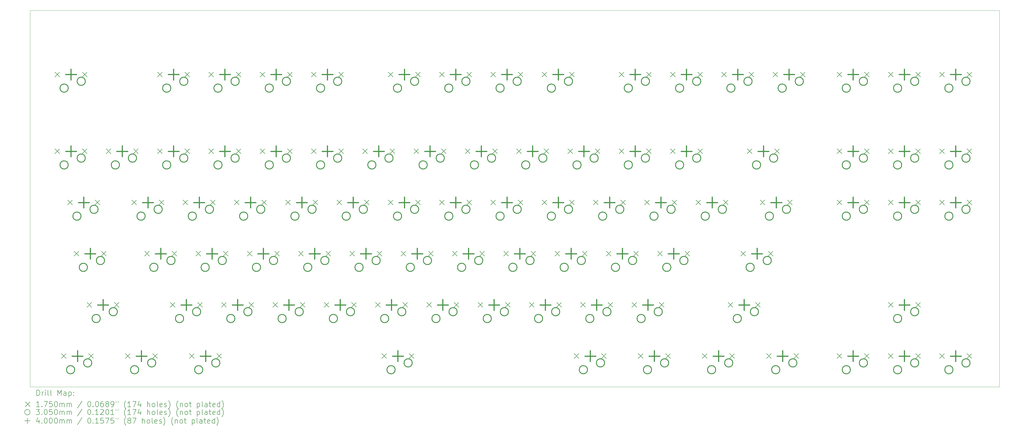
<source format=gbr>
%TF.GenerationSoftware,KiCad,Pcbnew,7.0.2*%
%TF.CreationDate,2023-11-07T00:30:37+01:00*%
%TF.ProjectId,TKLTheSecond,544b4c54-6865-4536-9563-6f6e642e6b69,rev?*%
%TF.SameCoordinates,Original*%
%TF.FileFunction,Drillmap*%
%TF.FilePolarity,Positive*%
%FSLAX45Y45*%
G04 Gerber Fmt 4.5, Leading zero omitted, Abs format (unit mm)*
G04 Created by KiCad (PCBNEW 7.0.2) date 2023-11-07 00:30:37*
%MOMM*%
%LPD*%
G01*
G04 APERTURE LIST*
%ADD10C,0.100000*%
%ADD11C,0.200000*%
%ADD12C,0.175000*%
%ADD13C,0.305000*%
%ADD14C,0.400000*%
G04 APERTURE END LIST*
D10*
X3031200Y-3810000D02*
X39031200Y-3810000D01*
X39031200Y-17818000D01*
X3031200Y-17818000D01*
X3031200Y-3810000D01*
D11*
D12*
X3950283Y-8961254D02*
X4125283Y-9136254D01*
X4125283Y-8961254D02*
X3950283Y-9136254D01*
X3950285Y-6103755D02*
X4125285Y-6278755D01*
X4125285Y-6103755D02*
X3950285Y-6278755D01*
X4190390Y-16581244D02*
X4365391Y-16756244D01*
X4365391Y-16581244D02*
X4190390Y-16756244D01*
X4426533Y-10866254D02*
X4601533Y-11041254D01*
X4601533Y-10866254D02*
X4426533Y-11041254D01*
X4664658Y-12771254D02*
X4839658Y-12946254D01*
X4839658Y-12771254D02*
X4664658Y-12946254D01*
X4966283Y-8961254D02*
X5141283Y-9136254D01*
X5141283Y-8961254D02*
X4966283Y-9136254D01*
X4966285Y-6103755D02*
X5141285Y-6278755D01*
X5141285Y-6103755D02*
X4966285Y-6278755D01*
X5140908Y-14676254D02*
X5315908Y-14851254D01*
X5315908Y-14676254D02*
X5140908Y-14851254D01*
X5206391Y-16581244D02*
X5381391Y-16756244D01*
X5381391Y-16581244D02*
X5206391Y-16756244D01*
X5442533Y-10866254D02*
X5617533Y-11041254D01*
X5617533Y-10866254D02*
X5442533Y-11041254D01*
X5680658Y-12771254D02*
X5855658Y-12946254D01*
X5855658Y-12771254D02*
X5680658Y-12946254D01*
X5853294Y-8961250D02*
X6028294Y-9136250D01*
X6028294Y-8961250D02*
X5853294Y-9136250D01*
X6156908Y-14676254D02*
X6331908Y-14851254D01*
X6331908Y-14676254D02*
X6156908Y-14851254D01*
X6567669Y-16581244D02*
X6742669Y-16756244D01*
X6742669Y-16581244D02*
X6567669Y-16756244D01*
X6807787Y-10866259D02*
X6982787Y-11041259D01*
X6982787Y-10866259D02*
X6807787Y-11041259D01*
X6869294Y-8961250D02*
X7044294Y-9136250D01*
X7044294Y-8961250D02*
X6869294Y-9136250D01*
X7284038Y-12771261D02*
X7459038Y-12946261D01*
X7459038Y-12771261D02*
X7284038Y-12946261D01*
X7583669Y-16581244D02*
X7758669Y-16756244D01*
X7758669Y-16581244D02*
X7583669Y-16756244D01*
X7760288Y-6103755D02*
X7935288Y-6278755D01*
X7935288Y-6103755D02*
X7760288Y-6278755D01*
X7760288Y-8961258D02*
X7935288Y-9136258D01*
X7935288Y-8961258D02*
X7760288Y-9136258D01*
X7823787Y-10866259D02*
X7998787Y-11041259D01*
X7998787Y-10866259D02*
X7823787Y-11041259D01*
X8236538Y-14676262D02*
X8411539Y-14851262D01*
X8411539Y-14676262D02*
X8236538Y-14851262D01*
X8300038Y-12771261D02*
X8475038Y-12946261D01*
X8475038Y-12771261D02*
X8300038Y-12946261D01*
X8712789Y-10866259D02*
X8887789Y-11041259D01*
X8887789Y-10866259D02*
X8712789Y-11041259D01*
X8776288Y-6103755D02*
X8951288Y-6278755D01*
X8951288Y-6103755D02*
X8776288Y-6278755D01*
X8776288Y-8961258D02*
X8951288Y-9136258D01*
X8951288Y-8961258D02*
X8776288Y-9136258D01*
X8948917Y-16581244D02*
X9123917Y-16756244D01*
X9123917Y-16581244D02*
X8948917Y-16756244D01*
X9189039Y-12771261D02*
X9364039Y-12946261D01*
X9364039Y-12771261D02*
X9189039Y-12946261D01*
X9252539Y-14676262D02*
X9427539Y-14851262D01*
X9427539Y-14676262D02*
X9252539Y-14851262D01*
X9665290Y-6103755D02*
X9840290Y-6278755D01*
X9840290Y-6103755D02*
X9665290Y-6278755D01*
X9665290Y-8961258D02*
X9840290Y-9136258D01*
X9840290Y-8961258D02*
X9665290Y-9136258D01*
X9728789Y-10866259D02*
X9903789Y-11041259D01*
X9903789Y-10866259D02*
X9728789Y-11041259D01*
X9964917Y-16581244D02*
X10139917Y-16756244D01*
X10139917Y-16581244D02*
X9964917Y-16756244D01*
X10141540Y-14676262D02*
X10316540Y-14851262D01*
X10316540Y-14676262D02*
X10141540Y-14851262D01*
X10205039Y-12771261D02*
X10380039Y-12946261D01*
X10380039Y-12771261D02*
X10205039Y-12946261D01*
X10617791Y-10866259D02*
X10792791Y-11041259D01*
X10792791Y-10866259D02*
X10617791Y-11041259D01*
X10681290Y-6103755D02*
X10856290Y-6278755D01*
X10856290Y-6103755D02*
X10681290Y-6278755D01*
X10681290Y-8961258D02*
X10856290Y-9136258D01*
X10856290Y-8961258D02*
X10681290Y-9136258D01*
X11094041Y-12771261D02*
X11269041Y-12946261D01*
X11269041Y-12771261D02*
X11094041Y-12946261D01*
X11157540Y-14676262D02*
X11332540Y-14851262D01*
X11332540Y-14676262D02*
X11157540Y-14851262D01*
X11570291Y-6103755D02*
X11745291Y-6278755D01*
X11745291Y-6103755D02*
X11570291Y-6278755D01*
X11570291Y-8961258D02*
X11745291Y-9136258D01*
X11745291Y-8961258D02*
X11570291Y-9136258D01*
X11633790Y-10866259D02*
X11808790Y-11041259D01*
X11808790Y-10866259D02*
X11633790Y-11041259D01*
X12046542Y-14676262D02*
X12221542Y-14851262D01*
X12221542Y-14676262D02*
X12046542Y-14851262D01*
X12110041Y-12771261D02*
X12285041Y-12946261D01*
X12285041Y-12771261D02*
X12110041Y-12946261D01*
X12522792Y-10866259D02*
X12697792Y-11041259D01*
X12697792Y-10866259D02*
X12522792Y-11041259D01*
X12586291Y-6103755D02*
X12761291Y-6278755D01*
X12761291Y-6103755D02*
X12586291Y-6278755D01*
X12586291Y-8961258D02*
X12761291Y-9136258D01*
X12761291Y-8961258D02*
X12586291Y-9136258D01*
X12999042Y-12771261D02*
X13174042Y-12946261D01*
X13174042Y-12771261D02*
X12999042Y-12946261D01*
X13062542Y-14676262D02*
X13237542Y-14851262D01*
X13237542Y-14676262D02*
X13062542Y-14851262D01*
X13475293Y-6103755D02*
X13650293Y-6278755D01*
X13650293Y-6103755D02*
X13475293Y-6278755D01*
X13475293Y-8961258D02*
X13650293Y-9136258D01*
X13650293Y-8961258D02*
X13475293Y-9136258D01*
X13538792Y-10866259D02*
X13713792Y-11041259D01*
X13713792Y-10866259D02*
X13538792Y-11041259D01*
X13951543Y-14676262D02*
X14126543Y-14851262D01*
X14126543Y-14676262D02*
X13951543Y-14851262D01*
X14015042Y-12771261D02*
X14190042Y-12946261D01*
X14190042Y-12771261D02*
X14015042Y-12946261D01*
X14427794Y-10866259D02*
X14602794Y-11041259D01*
X14602794Y-10866259D02*
X14427794Y-11041259D01*
X14491293Y-6103755D02*
X14666293Y-6278755D01*
X14666293Y-6103755D02*
X14491293Y-6278755D01*
X14491293Y-8961258D02*
X14666293Y-9136258D01*
X14666293Y-8961258D02*
X14491293Y-9136258D01*
X14904044Y-12771261D02*
X15079044Y-12946261D01*
X15079044Y-12771261D02*
X14904044Y-12946261D01*
X14967543Y-14676262D02*
X15142543Y-14851262D01*
X15142543Y-14676262D02*
X14967543Y-14851262D01*
X15380294Y-8961258D02*
X15555294Y-9136258D01*
X15555294Y-8961258D02*
X15380294Y-9136258D01*
X15443794Y-10866259D02*
X15618794Y-11041259D01*
X15618794Y-10866259D02*
X15443794Y-11041259D01*
X15856545Y-14676262D02*
X16031545Y-14851262D01*
X16031545Y-14676262D02*
X15856545Y-14851262D01*
X15920044Y-12771261D02*
X16095044Y-12946261D01*
X16095044Y-12771261D02*
X15920044Y-12946261D01*
X16092661Y-16581244D02*
X16267661Y-16756244D01*
X16267661Y-16581244D02*
X16092661Y-16756244D01*
X16332795Y-6103755D02*
X16507795Y-6278755D01*
X16507795Y-6103755D02*
X16332795Y-6278755D01*
X16332795Y-10866259D02*
X16507795Y-11041259D01*
X16507795Y-10866259D02*
X16332795Y-11041259D01*
X16396294Y-8961258D02*
X16571294Y-9136258D01*
X16571294Y-8961258D02*
X16396294Y-9136258D01*
X16809046Y-12771261D02*
X16984046Y-12946261D01*
X16984046Y-12771261D02*
X16809046Y-12946261D01*
X16872545Y-14676262D02*
X17047545Y-14851262D01*
X17047545Y-14676262D02*
X16872545Y-14851262D01*
X17108661Y-16581244D02*
X17283661Y-16756244D01*
X17283661Y-16581244D02*
X17108661Y-16756244D01*
X17285296Y-8961258D02*
X17460296Y-9136258D01*
X17460296Y-8961258D02*
X17285296Y-9136258D01*
X17348795Y-6103755D02*
X17523795Y-6278755D01*
X17523795Y-6103755D02*
X17348795Y-6278755D01*
X17348795Y-10866259D02*
X17523795Y-11041259D01*
X17523795Y-10866259D02*
X17348795Y-11041259D01*
X17761547Y-14676262D02*
X17936547Y-14851262D01*
X17936547Y-14676262D02*
X17761547Y-14851262D01*
X17825046Y-12771261D02*
X18000046Y-12946261D01*
X18000046Y-12771261D02*
X17825046Y-12946261D01*
X18237797Y-6103755D02*
X18412797Y-6278755D01*
X18412797Y-6103755D02*
X18237797Y-6278755D01*
X18237797Y-10866259D02*
X18412797Y-11041259D01*
X18412797Y-10866259D02*
X18237797Y-11041259D01*
X18301296Y-8961258D02*
X18476296Y-9136258D01*
X18476296Y-8961258D02*
X18301296Y-9136258D01*
X18714047Y-12771261D02*
X18889047Y-12946261D01*
X18889047Y-12771261D02*
X18714047Y-12946261D01*
X18777547Y-14676262D02*
X18952547Y-14851262D01*
X18952547Y-14676262D02*
X18777547Y-14851262D01*
X19190298Y-8961258D02*
X19365298Y-9136258D01*
X19365298Y-8961258D02*
X19190298Y-9136258D01*
X19253797Y-6103755D02*
X19428797Y-6278755D01*
X19428797Y-6103755D02*
X19253797Y-6278755D01*
X19253797Y-10866259D02*
X19428797Y-11041259D01*
X19428797Y-10866259D02*
X19253797Y-11041259D01*
X19666548Y-14676262D02*
X19841548Y-14851262D01*
X19841548Y-14676262D02*
X19666548Y-14851262D01*
X19730047Y-12771261D02*
X19905047Y-12946261D01*
X19905047Y-12771261D02*
X19730047Y-12946261D01*
X20142799Y-6103755D02*
X20317799Y-6278755D01*
X20317799Y-6103755D02*
X20142799Y-6278755D01*
X20142799Y-10866259D02*
X20317799Y-11041259D01*
X20317799Y-10866259D02*
X20142799Y-11041259D01*
X20206298Y-8961258D02*
X20381298Y-9136258D01*
X20381298Y-8961258D02*
X20206298Y-9136258D01*
X20619049Y-12771261D02*
X20794049Y-12946261D01*
X20794049Y-12771261D02*
X20619049Y-12946261D01*
X20682548Y-14676262D02*
X20857548Y-14851262D01*
X20857548Y-14676262D02*
X20682548Y-14851262D01*
X21095299Y-8961258D02*
X21270299Y-9136258D01*
X21270299Y-8961258D02*
X21095299Y-9136258D01*
X21158799Y-6103755D02*
X21333799Y-6278755D01*
X21333799Y-6103755D02*
X21158799Y-6278755D01*
X21158799Y-10866259D02*
X21333799Y-11041259D01*
X21333799Y-10866259D02*
X21158799Y-11041259D01*
X21571550Y-14676262D02*
X21746550Y-14851262D01*
X21746550Y-14676262D02*
X21571550Y-14851262D01*
X21635049Y-12771261D02*
X21810049Y-12946261D01*
X21810049Y-12771261D02*
X21635049Y-12946261D01*
X22047800Y-6103755D02*
X22222800Y-6278755D01*
X22222800Y-6103755D02*
X22047800Y-6278755D01*
X22047800Y-10866259D02*
X22222800Y-11041259D01*
X22222800Y-10866259D02*
X22047800Y-11041259D01*
X22111299Y-8961258D02*
X22286299Y-9136258D01*
X22286299Y-8961258D02*
X22111299Y-9136258D01*
X22524050Y-12771261D02*
X22699050Y-12946261D01*
X22699050Y-12771261D02*
X22524050Y-12946261D01*
X22587550Y-14676262D02*
X22762550Y-14851262D01*
X22762550Y-14676262D02*
X22587550Y-14851262D01*
X23000301Y-8961258D02*
X23175301Y-9136258D01*
X23175301Y-8961258D02*
X23000301Y-9136258D01*
X23063800Y-6103755D02*
X23238800Y-6278755D01*
X23238800Y-6103755D02*
X23063800Y-6278755D01*
X23063800Y-10866259D02*
X23238800Y-11041259D01*
X23238800Y-10866259D02*
X23063800Y-11041259D01*
X23236405Y-16581244D02*
X23411405Y-16756244D01*
X23411405Y-16581244D02*
X23236405Y-16756244D01*
X23476551Y-14676262D02*
X23651551Y-14851262D01*
X23651551Y-14676262D02*
X23476551Y-14851262D01*
X23540050Y-12771261D02*
X23715050Y-12946261D01*
X23715050Y-12771261D02*
X23540050Y-12946261D01*
X23952802Y-10866259D02*
X24127802Y-11041259D01*
X24127802Y-10866259D02*
X23952802Y-11041259D01*
X24016301Y-8961258D02*
X24191301Y-9136258D01*
X24191301Y-8961258D02*
X24016301Y-9136258D01*
X24252405Y-16581244D02*
X24427405Y-16756244D01*
X24427405Y-16581244D02*
X24252405Y-16756244D01*
X24429052Y-12771261D02*
X24604052Y-12946261D01*
X24604052Y-12771261D02*
X24429052Y-12946261D01*
X24492551Y-14676262D02*
X24667551Y-14851262D01*
X24667551Y-14676262D02*
X24492551Y-14851262D01*
X24905302Y-6103755D02*
X25080302Y-6278755D01*
X25080302Y-6103755D02*
X24905302Y-6278755D01*
X24905302Y-8961258D02*
X25080302Y-9136258D01*
X25080302Y-8961258D02*
X24905302Y-9136258D01*
X24968802Y-10866259D02*
X25143802Y-11041259D01*
X25143802Y-10866259D02*
X24968802Y-11041259D01*
X25381553Y-14676262D02*
X25556553Y-14851262D01*
X25556553Y-14676262D02*
X25381553Y-14851262D01*
X25445052Y-12771261D02*
X25620052Y-12946261D01*
X25620052Y-12771261D02*
X25445052Y-12946261D01*
X25617653Y-16581244D02*
X25792653Y-16756244D01*
X25792653Y-16581244D02*
X25617653Y-16756244D01*
X25857803Y-10866259D02*
X26032803Y-11041259D01*
X26032803Y-10866259D02*
X25857803Y-11041259D01*
X25921302Y-6103755D02*
X26096302Y-6278755D01*
X26096302Y-6103755D02*
X25921302Y-6278755D01*
X25921302Y-8961258D02*
X26096302Y-9136258D01*
X26096302Y-8961258D02*
X25921302Y-9136258D01*
X26334054Y-12771261D02*
X26509054Y-12946261D01*
X26509054Y-12771261D02*
X26334054Y-12946261D01*
X26397553Y-14676262D02*
X26572553Y-14851262D01*
X26572553Y-14676262D02*
X26397553Y-14851262D01*
X26633653Y-16581244D02*
X26808653Y-16756244D01*
X26808653Y-16581244D02*
X26633653Y-16756244D01*
X26810304Y-6103755D02*
X26985304Y-6278755D01*
X26985304Y-6103755D02*
X26810304Y-6278755D01*
X26810304Y-8961258D02*
X26985304Y-9136258D01*
X26985304Y-8961258D02*
X26810304Y-9136258D01*
X26873803Y-10866259D02*
X27048803Y-11041259D01*
X27048803Y-10866259D02*
X26873803Y-11041259D01*
X27350054Y-12771261D02*
X27525054Y-12946261D01*
X27525054Y-12771261D02*
X27350054Y-12946261D01*
X27762805Y-10866259D02*
X27937805Y-11041259D01*
X27937805Y-10866259D02*
X27762805Y-11041259D01*
X27826304Y-6103755D02*
X28001304Y-6278755D01*
X28001304Y-6103755D02*
X27826304Y-6278755D01*
X27826304Y-8961258D02*
X28001304Y-9136258D01*
X28001304Y-8961258D02*
X27826304Y-9136258D01*
X27998901Y-16581244D02*
X28173901Y-16756244D01*
X28173901Y-16581244D02*
X27998901Y-16756244D01*
X28715306Y-6103755D02*
X28890306Y-6278755D01*
X28890306Y-6103755D02*
X28715306Y-6278755D01*
X28778805Y-10866259D02*
X28953805Y-11041259D01*
X28953805Y-10866259D02*
X28778805Y-11041259D01*
X28953431Y-14676262D02*
X29128431Y-14851262D01*
X29128431Y-14676262D02*
X28953431Y-14851262D01*
X29014901Y-16581244D02*
X29189901Y-16756244D01*
X29189901Y-16581244D02*
X29014901Y-16756244D01*
X29429681Y-12771261D02*
X29604681Y-12946261D01*
X29604681Y-12771261D02*
X29429681Y-12946261D01*
X29667806Y-8961258D02*
X29842806Y-9136258D01*
X29842806Y-8961258D02*
X29667806Y-9136258D01*
X29731306Y-6103755D02*
X29906306Y-6278755D01*
X29906306Y-6103755D02*
X29731306Y-6278755D01*
X29969431Y-14676262D02*
X30144431Y-14851262D01*
X30144431Y-14676262D02*
X29969431Y-14851262D01*
X30144057Y-10866259D02*
X30319057Y-11041259D01*
X30319057Y-10866259D02*
X30144057Y-11041259D01*
X30380149Y-16581244D02*
X30555149Y-16756244D01*
X30555149Y-16581244D02*
X30380149Y-16756244D01*
X30445681Y-12771261D02*
X30620681Y-12946261D01*
X30620681Y-12771261D02*
X30445681Y-12946261D01*
X30620307Y-6103755D02*
X30795307Y-6278755D01*
X30795307Y-6103755D02*
X30620307Y-6278755D01*
X30683806Y-8961258D02*
X30858806Y-9136258D01*
X30858806Y-8961258D02*
X30683806Y-9136258D01*
X31160057Y-10866259D02*
X31335057Y-11041259D01*
X31335057Y-10866259D02*
X31160057Y-11041259D01*
X31396149Y-16581244D02*
X31571149Y-16756244D01*
X31571149Y-16581244D02*
X31396149Y-16756244D01*
X31636307Y-6103755D02*
X31811307Y-6278755D01*
X31811307Y-6103755D02*
X31636307Y-6278755D01*
X33001559Y-6103755D02*
X33176559Y-6278755D01*
X33176559Y-6103755D02*
X33001559Y-6278755D01*
X33001559Y-8961258D02*
X33176559Y-9136258D01*
X33176559Y-8961258D02*
X33001559Y-9136258D01*
X33001559Y-10866259D02*
X33176559Y-11041259D01*
X33176559Y-10866259D02*
X33001559Y-11041259D01*
X33001559Y-16581264D02*
X33176559Y-16756264D01*
X33176559Y-16581264D02*
X33001559Y-16756264D01*
X34017559Y-6103755D02*
X34192559Y-6278755D01*
X34192559Y-6103755D02*
X34017559Y-6278755D01*
X34017559Y-8961258D02*
X34192559Y-9136258D01*
X34192559Y-8961258D02*
X34017559Y-9136258D01*
X34017559Y-10866259D02*
X34192559Y-11041259D01*
X34192559Y-10866259D02*
X34017559Y-11041259D01*
X34017559Y-16581264D02*
X34192559Y-16756264D01*
X34192559Y-16581264D02*
X34017559Y-16756264D01*
X34906561Y-6103755D02*
X35081561Y-6278755D01*
X35081561Y-6103755D02*
X34906561Y-6278755D01*
X34906561Y-8961258D02*
X35081561Y-9136258D01*
X35081561Y-8961258D02*
X34906561Y-9136258D01*
X34906561Y-10866259D02*
X35081561Y-11041259D01*
X35081561Y-10866259D02*
X34906561Y-11041259D01*
X34906561Y-14676262D02*
X35081561Y-14851262D01*
X35081561Y-14676262D02*
X34906561Y-14851262D01*
X34906561Y-16581264D02*
X35081561Y-16756264D01*
X35081561Y-16581264D02*
X34906561Y-16756264D01*
X35922561Y-6103755D02*
X36097561Y-6278755D01*
X36097561Y-6103755D02*
X35922561Y-6278755D01*
X35922561Y-8961258D02*
X36097561Y-9136258D01*
X36097561Y-8961258D02*
X35922561Y-9136258D01*
X35922561Y-10866259D02*
X36097561Y-11041259D01*
X36097561Y-10866259D02*
X35922561Y-11041259D01*
X35922561Y-14676262D02*
X36097561Y-14851262D01*
X36097561Y-14676262D02*
X35922561Y-14851262D01*
X35922561Y-16581264D02*
X36097561Y-16756264D01*
X36097561Y-16581264D02*
X35922561Y-16756264D01*
X36811563Y-6103755D02*
X36986563Y-6278755D01*
X36986563Y-6103755D02*
X36811563Y-6278755D01*
X36811563Y-8961258D02*
X36986563Y-9136258D01*
X36986563Y-8961258D02*
X36811563Y-9136258D01*
X36811563Y-10866259D02*
X36986563Y-11041259D01*
X36986563Y-10866259D02*
X36811563Y-11041259D01*
X36811563Y-16581264D02*
X36986563Y-16756264D01*
X36986563Y-16581264D02*
X36811563Y-16756264D01*
X37827563Y-6103755D02*
X38002563Y-6278755D01*
X38002563Y-6103755D02*
X37827563Y-6278755D01*
X37827563Y-8961258D02*
X38002563Y-9136258D01*
X38002563Y-8961258D02*
X37827563Y-9136258D01*
X37827563Y-10866259D02*
X38002563Y-11041259D01*
X38002563Y-10866259D02*
X37827563Y-11041259D01*
X37827563Y-16581264D02*
X38002563Y-16756264D01*
X38002563Y-16581264D02*
X37827563Y-16756264D01*
D13*
X4444283Y-9556754D02*
G75*
G03*
X4444283Y-9556754I-152500J0D01*
G01*
X4444285Y-6699255D02*
G75*
G03*
X4444285Y-6699255I-152500J0D01*
G01*
X4684391Y-17176744D02*
G75*
G03*
X4684391Y-17176744I-152500J0D01*
G01*
X4920533Y-11461754D02*
G75*
G03*
X4920533Y-11461754I-152500J0D01*
G01*
X5079283Y-9302754D02*
G75*
G03*
X5079283Y-9302754I-152500J0D01*
G01*
X5079285Y-6445255D02*
G75*
G03*
X5079285Y-6445255I-152500J0D01*
G01*
X5158658Y-13366754D02*
G75*
G03*
X5158658Y-13366754I-152500J0D01*
G01*
X5319391Y-16922744D02*
G75*
G03*
X5319391Y-16922744I-152500J0D01*
G01*
X5555533Y-11207754D02*
G75*
G03*
X5555533Y-11207754I-152500J0D01*
G01*
X5634908Y-15271754D02*
G75*
G03*
X5634908Y-15271754I-152500J0D01*
G01*
X5793658Y-13112754D02*
G75*
G03*
X5793658Y-13112754I-152500J0D01*
G01*
X6269908Y-15017754D02*
G75*
G03*
X6269908Y-15017754I-152500J0D01*
G01*
X6347294Y-9556750D02*
G75*
G03*
X6347294Y-9556750I-152500J0D01*
G01*
X6982294Y-9302750D02*
G75*
G03*
X6982294Y-9302750I-152500J0D01*
G01*
X7061669Y-17176744D02*
G75*
G03*
X7061669Y-17176744I-152500J0D01*
G01*
X7301787Y-11461759D02*
G75*
G03*
X7301787Y-11461759I-152500J0D01*
G01*
X7696669Y-16922744D02*
G75*
G03*
X7696669Y-16922744I-152500J0D01*
G01*
X7778038Y-13366761D02*
G75*
G03*
X7778038Y-13366761I-152500J0D01*
G01*
X7936787Y-11207759D02*
G75*
G03*
X7936787Y-11207759I-152500J0D01*
G01*
X8254288Y-6699255D02*
G75*
G03*
X8254288Y-6699255I-152500J0D01*
G01*
X8254288Y-9556758D02*
G75*
G03*
X8254288Y-9556758I-152500J0D01*
G01*
X8413038Y-13112761D02*
G75*
G03*
X8413038Y-13112761I-152500J0D01*
G01*
X8730539Y-15271762D02*
G75*
G03*
X8730539Y-15271762I-152500J0D01*
G01*
X8889288Y-6445255D02*
G75*
G03*
X8889288Y-6445255I-152500J0D01*
G01*
X8889288Y-9302758D02*
G75*
G03*
X8889288Y-9302758I-152500J0D01*
G01*
X9206789Y-11461759D02*
G75*
G03*
X9206789Y-11461759I-152500J0D01*
G01*
X9365539Y-15017762D02*
G75*
G03*
X9365539Y-15017762I-152500J0D01*
G01*
X9442917Y-17176744D02*
G75*
G03*
X9442917Y-17176744I-152500J0D01*
G01*
X9683039Y-13366761D02*
G75*
G03*
X9683039Y-13366761I-152500J0D01*
G01*
X9841789Y-11207759D02*
G75*
G03*
X9841789Y-11207759I-152500J0D01*
G01*
X10077917Y-16922744D02*
G75*
G03*
X10077917Y-16922744I-152500J0D01*
G01*
X10159290Y-6699255D02*
G75*
G03*
X10159290Y-6699255I-152500J0D01*
G01*
X10159290Y-9556758D02*
G75*
G03*
X10159290Y-9556758I-152500J0D01*
G01*
X10318039Y-13112761D02*
G75*
G03*
X10318039Y-13112761I-152500J0D01*
G01*
X10635540Y-15271762D02*
G75*
G03*
X10635540Y-15271762I-152500J0D01*
G01*
X10794290Y-6445255D02*
G75*
G03*
X10794290Y-6445255I-152500J0D01*
G01*
X10794290Y-9302758D02*
G75*
G03*
X10794290Y-9302758I-152500J0D01*
G01*
X11111791Y-11461759D02*
G75*
G03*
X11111791Y-11461759I-152500J0D01*
G01*
X11270540Y-15017762D02*
G75*
G03*
X11270540Y-15017762I-152500J0D01*
G01*
X11588041Y-13366761D02*
G75*
G03*
X11588041Y-13366761I-152500J0D01*
G01*
X11746790Y-11207759D02*
G75*
G03*
X11746790Y-11207759I-152500J0D01*
G01*
X12064291Y-6699255D02*
G75*
G03*
X12064291Y-6699255I-152500J0D01*
G01*
X12064291Y-9556758D02*
G75*
G03*
X12064291Y-9556758I-152500J0D01*
G01*
X12223041Y-13112761D02*
G75*
G03*
X12223041Y-13112761I-152500J0D01*
G01*
X12540542Y-15271762D02*
G75*
G03*
X12540542Y-15271762I-152500J0D01*
G01*
X12699291Y-6445255D02*
G75*
G03*
X12699291Y-6445255I-152500J0D01*
G01*
X12699291Y-9302758D02*
G75*
G03*
X12699291Y-9302758I-152500J0D01*
G01*
X13016792Y-11461759D02*
G75*
G03*
X13016792Y-11461759I-152500J0D01*
G01*
X13175542Y-15017762D02*
G75*
G03*
X13175542Y-15017762I-152500J0D01*
G01*
X13493042Y-13366761D02*
G75*
G03*
X13493042Y-13366761I-152500J0D01*
G01*
X13651792Y-11207759D02*
G75*
G03*
X13651792Y-11207759I-152500J0D01*
G01*
X13969293Y-6699255D02*
G75*
G03*
X13969293Y-6699255I-152500J0D01*
G01*
X13969293Y-9556758D02*
G75*
G03*
X13969293Y-9556758I-152500J0D01*
G01*
X14128042Y-13112761D02*
G75*
G03*
X14128042Y-13112761I-152500J0D01*
G01*
X14445543Y-15271762D02*
G75*
G03*
X14445543Y-15271762I-152500J0D01*
G01*
X14604293Y-6445255D02*
G75*
G03*
X14604293Y-6445255I-152500J0D01*
G01*
X14604293Y-9302758D02*
G75*
G03*
X14604293Y-9302758I-152500J0D01*
G01*
X14921794Y-11461759D02*
G75*
G03*
X14921794Y-11461759I-152500J0D01*
G01*
X15080543Y-15017762D02*
G75*
G03*
X15080543Y-15017762I-152500J0D01*
G01*
X15398044Y-13366761D02*
G75*
G03*
X15398044Y-13366761I-152500J0D01*
G01*
X15556794Y-11207759D02*
G75*
G03*
X15556794Y-11207759I-152500J0D01*
G01*
X15874294Y-9556758D02*
G75*
G03*
X15874294Y-9556758I-152500J0D01*
G01*
X16033044Y-13112761D02*
G75*
G03*
X16033044Y-13112761I-152500J0D01*
G01*
X16350545Y-15271762D02*
G75*
G03*
X16350545Y-15271762I-152500J0D01*
G01*
X16509294Y-9302758D02*
G75*
G03*
X16509294Y-9302758I-152500J0D01*
G01*
X16586661Y-17176744D02*
G75*
G03*
X16586661Y-17176744I-152500J0D01*
G01*
X16826795Y-6699255D02*
G75*
G03*
X16826795Y-6699255I-152500J0D01*
G01*
X16826795Y-11461759D02*
G75*
G03*
X16826795Y-11461759I-152500J0D01*
G01*
X16985545Y-15017762D02*
G75*
G03*
X16985545Y-15017762I-152500J0D01*
G01*
X17221661Y-16922744D02*
G75*
G03*
X17221661Y-16922744I-152500J0D01*
G01*
X17303046Y-13366761D02*
G75*
G03*
X17303046Y-13366761I-152500J0D01*
G01*
X17461795Y-6445255D02*
G75*
G03*
X17461795Y-6445255I-152500J0D01*
G01*
X17461795Y-11207759D02*
G75*
G03*
X17461795Y-11207759I-152500J0D01*
G01*
X17779296Y-9556758D02*
G75*
G03*
X17779296Y-9556758I-152500J0D01*
G01*
X17938046Y-13112761D02*
G75*
G03*
X17938046Y-13112761I-152500J0D01*
G01*
X18255547Y-15271762D02*
G75*
G03*
X18255547Y-15271762I-152500J0D01*
G01*
X18414296Y-9302758D02*
G75*
G03*
X18414296Y-9302758I-152500J0D01*
G01*
X18731797Y-6699255D02*
G75*
G03*
X18731797Y-6699255I-152500J0D01*
G01*
X18731797Y-11461759D02*
G75*
G03*
X18731797Y-11461759I-152500J0D01*
G01*
X18890547Y-15017762D02*
G75*
G03*
X18890547Y-15017762I-152500J0D01*
G01*
X19208047Y-13366761D02*
G75*
G03*
X19208047Y-13366761I-152500J0D01*
G01*
X19366797Y-6445255D02*
G75*
G03*
X19366797Y-6445255I-152500J0D01*
G01*
X19366797Y-11207759D02*
G75*
G03*
X19366797Y-11207759I-152500J0D01*
G01*
X19684298Y-9556758D02*
G75*
G03*
X19684298Y-9556758I-152500J0D01*
G01*
X19843047Y-13112761D02*
G75*
G03*
X19843047Y-13112761I-152500J0D01*
G01*
X20160548Y-15271762D02*
G75*
G03*
X20160548Y-15271762I-152500J0D01*
G01*
X20319298Y-9302758D02*
G75*
G03*
X20319298Y-9302758I-152500J0D01*
G01*
X20636799Y-6699255D02*
G75*
G03*
X20636799Y-6699255I-152500J0D01*
G01*
X20636799Y-11461759D02*
G75*
G03*
X20636799Y-11461759I-152500J0D01*
G01*
X20795548Y-15017762D02*
G75*
G03*
X20795548Y-15017762I-152500J0D01*
G01*
X21113049Y-13366761D02*
G75*
G03*
X21113049Y-13366761I-152500J0D01*
G01*
X21271799Y-6445255D02*
G75*
G03*
X21271799Y-6445255I-152500J0D01*
G01*
X21271799Y-11207759D02*
G75*
G03*
X21271799Y-11207759I-152500J0D01*
G01*
X21589299Y-9556758D02*
G75*
G03*
X21589299Y-9556758I-152500J0D01*
G01*
X21748049Y-13112761D02*
G75*
G03*
X21748049Y-13112761I-152500J0D01*
G01*
X22065550Y-15271762D02*
G75*
G03*
X22065550Y-15271762I-152500J0D01*
G01*
X22224299Y-9302758D02*
G75*
G03*
X22224299Y-9302758I-152500J0D01*
G01*
X22541800Y-6699255D02*
G75*
G03*
X22541800Y-6699255I-152500J0D01*
G01*
X22541800Y-11461759D02*
G75*
G03*
X22541800Y-11461759I-152500J0D01*
G01*
X22700550Y-15017762D02*
G75*
G03*
X22700550Y-15017762I-152500J0D01*
G01*
X23018050Y-13366761D02*
G75*
G03*
X23018050Y-13366761I-152500J0D01*
G01*
X23176800Y-6445255D02*
G75*
G03*
X23176800Y-6445255I-152500J0D01*
G01*
X23176800Y-11207759D02*
G75*
G03*
X23176800Y-11207759I-152500J0D01*
G01*
X23494301Y-9556758D02*
G75*
G03*
X23494301Y-9556758I-152500J0D01*
G01*
X23653050Y-13112761D02*
G75*
G03*
X23653050Y-13112761I-152500J0D01*
G01*
X23730405Y-17176744D02*
G75*
G03*
X23730405Y-17176744I-152500J0D01*
G01*
X23970551Y-15271762D02*
G75*
G03*
X23970551Y-15271762I-152500J0D01*
G01*
X24129301Y-9302758D02*
G75*
G03*
X24129301Y-9302758I-152500J0D01*
G01*
X24365405Y-16922744D02*
G75*
G03*
X24365405Y-16922744I-152500J0D01*
G01*
X24446802Y-11461759D02*
G75*
G03*
X24446802Y-11461759I-152500J0D01*
G01*
X24605551Y-15017762D02*
G75*
G03*
X24605551Y-15017762I-152500J0D01*
G01*
X24923052Y-13366761D02*
G75*
G03*
X24923052Y-13366761I-152500J0D01*
G01*
X25081802Y-11207759D02*
G75*
G03*
X25081802Y-11207759I-152500J0D01*
G01*
X25399302Y-6699255D02*
G75*
G03*
X25399302Y-6699255I-152500J0D01*
G01*
X25399302Y-9556758D02*
G75*
G03*
X25399302Y-9556758I-152500J0D01*
G01*
X25558052Y-13112761D02*
G75*
G03*
X25558052Y-13112761I-152500J0D01*
G01*
X25875553Y-15271762D02*
G75*
G03*
X25875553Y-15271762I-152500J0D01*
G01*
X26034302Y-6445255D02*
G75*
G03*
X26034302Y-6445255I-152500J0D01*
G01*
X26034302Y-9302758D02*
G75*
G03*
X26034302Y-9302758I-152500J0D01*
G01*
X26111653Y-17176744D02*
G75*
G03*
X26111653Y-17176744I-152500J0D01*
G01*
X26351803Y-11461759D02*
G75*
G03*
X26351803Y-11461759I-152500J0D01*
G01*
X26510553Y-15017762D02*
G75*
G03*
X26510553Y-15017762I-152500J0D01*
G01*
X26746653Y-16922744D02*
G75*
G03*
X26746653Y-16922744I-152500J0D01*
G01*
X26828054Y-13366761D02*
G75*
G03*
X26828054Y-13366761I-152500J0D01*
G01*
X26986803Y-11207759D02*
G75*
G03*
X26986803Y-11207759I-152500J0D01*
G01*
X27304304Y-6699255D02*
G75*
G03*
X27304304Y-6699255I-152500J0D01*
G01*
X27304304Y-9556758D02*
G75*
G03*
X27304304Y-9556758I-152500J0D01*
G01*
X27463054Y-13112761D02*
G75*
G03*
X27463054Y-13112761I-152500J0D01*
G01*
X27939304Y-6445255D02*
G75*
G03*
X27939304Y-6445255I-152500J0D01*
G01*
X27939304Y-9302758D02*
G75*
G03*
X27939304Y-9302758I-152500J0D01*
G01*
X28256805Y-11461759D02*
G75*
G03*
X28256805Y-11461759I-152500J0D01*
G01*
X28492901Y-17176744D02*
G75*
G03*
X28492901Y-17176744I-152500J0D01*
G01*
X28891805Y-11207759D02*
G75*
G03*
X28891805Y-11207759I-152500J0D01*
G01*
X29127901Y-16922744D02*
G75*
G03*
X29127901Y-16922744I-152500J0D01*
G01*
X29209306Y-6699255D02*
G75*
G03*
X29209306Y-6699255I-152500J0D01*
G01*
X29447431Y-15271762D02*
G75*
G03*
X29447431Y-15271762I-152500J0D01*
G01*
X29844306Y-6445255D02*
G75*
G03*
X29844306Y-6445255I-152500J0D01*
G01*
X29923681Y-13366761D02*
G75*
G03*
X29923681Y-13366761I-152500J0D01*
G01*
X30082431Y-15017762D02*
G75*
G03*
X30082431Y-15017762I-152500J0D01*
G01*
X30161806Y-9556758D02*
G75*
G03*
X30161806Y-9556758I-152500J0D01*
G01*
X30558681Y-13112761D02*
G75*
G03*
X30558681Y-13112761I-152500J0D01*
G01*
X30638057Y-11461759D02*
G75*
G03*
X30638057Y-11461759I-152500J0D01*
G01*
X30796806Y-9302758D02*
G75*
G03*
X30796806Y-9302758I-152500J0D01*
G01*
X30874149Y-17176744D02*
G75*
G03*
X30874149Y-17176744I-152500J0D01*
G01*
X31114307Y-6699255D02*
G75*
G03*
X31114307Y-6699255I-152500J0D01*
G01*
X31273057Y-11207759D02*
G75*
G03*
X31273057Y-11207759I-152500J0D01*
G01*
X31509149Y-16922744D02*
G75*
G03*
X31509149Y-16922744I-152500J0D01*
G01*
X31749307Y-6445255D02*
G75*
G03*
X31749307Y-6445255I-152500J0D01*
G01*
X33495559Y-6699255D02*
G75*
G03*
X33495559Y-6699255I-152500J0D01*
G01*
X33495559Y-9556758D02*
G75*
G03*
X33495559Y-9556758I-152500J0D01*
G01*
X33495559Y-11461759D02*
G75*
G03*
X33495559Y-11461759I-152500J0D01*
G01*
X33495559Y-17176764D02*
G75*
G03*
X33495559Y-17176764I-152500J0D01*
G01*
X34130559Y-6445255D02*
G75*
G03*
X34130559Y-6445255I-152500J0D01*
G01*
X34130559Y-9302758D02*
G75*
G03*
X34130559Y-9302758I-152500J0D01*
G01*
X34130559Y-11207759D02*
G75*
G03*
X34130559Y-11207759I-152500J0D01*
G01*
X34130559Y-16922764D02*
G75*
G03*
X34130559Y-16922764I-152500J0D01*
G01*
X35400561Y-6699255D02*
G75*
G03*
X35400561Y-6699255I-152500J0D01*
G01*
X35400561Y-9556758D02*
G75*
G03*
X35400561Y-9556758I-152500J0D01*
G01*
X35400561Y-11461759D02*
G75*
G03*
X35400561Y-11461759I-152500J0D01*
G01*
X35400561Y-15271762D02*
G75*
G03*
X35400561Y-15271762I-152500J0D01*
G01*
X35400561Y-17176764D02*
G75*
G03*
X35400561Y-17176764I-152500J0D01*
G01*
X36035561Y-6445255D02*
G75*
G03*
X36035561Y-6445255I-152500J0D01*
G01*
X36035561Y-9302758D02*
G75*
G03*
X36035561Y-9302758I-152500J0D01*
G01*
X36035561Y-11207759D02*
G75*
G03*
X36035561Y-11207759I-152500J0D01*
G01*
X36035561Y-15017762D02*
G75*
G03*
X36035561Y-15017762I-152500J0D01*
G01*
X36035561Y-16922764D02*
G75*
G03*
X36035561Y-16922764I-152500J0D01*
G01*
X37305563Y-6699255D02*
G75*
G03*
X37305563Y-6699255I-152500J0D01*
G01*
X37305563Y-9556758D02*
G75*
G03*
X37305563Y-9556758I-152500J0D01*
G01*
X37305563Y-11461759D02*
G75*
G03*
X37305563Y-11461759I-152500J0D01*
G01*
X37305563Y-17176764D02*
G75*
G03*
X37305563Y-17176764I-152500J0D01*
G01*
X37940563Y-6445255D02*
G75*
G03*
X37940563Y-6445255I-152500J0D01*
G01*
X37940563Y-9302758D02*
G75*
G03*
X37940563Y-9302758I-152500J0D01*
G01*
X37940563Y-11207759D02*
G75*
G03*
X37940563Y-11207759I-152500J0D01*
G01*
X37940563Y-16922764D02*
G75*
G03*
X37940563Y-16922764I-152500J0D01*
G01*
D14*
X4545783Y-8848754D02*
X4545783Y-9248754D01*
X4345783Y-9048754D02*
X4745783Y-9048754D01*
X4545785Y-5991255D02*
X4545785Y-6391255D01*
X4345785Y-6191255D02*
X4745785Y-6191255D01*
X4785891Y-16468744D02*
X4785891Y-16868744D01*
X4585891Y-16668744D02*
X4985891Y-16668744D01*
X5022033Y-10753754D02*
X5022033Y-11153754D01*
X4822033Y-10953754D02*
X5222033Y-10953754D01*
X5260158Y-12658754D02*
X5260158Y-13058754D01*
X5060158Y-12858754D02*
X5460158Y-12858754D01*
X5736408Y-14563754D02*
X5736408Y-14963754D01*
X5536408Y-14763754D02*
X5936408Y-14763754D01*
X6448794Y-8848750D02*
X6448794Y-9248750D01*
X6248794Y-9048750D02*
X6648794Y-9048750D01*
X7163169Y-16468744D02*
X7163169Y-16868744D01*
X6963169Y-16668744D02*
X7363169Y-16668744D01*
X7403287Y-10753759D02*
X7403287Y-11153759D01*
X7203287Y-10953759D02*
X7603287Y-10953759D01*
X7879538Y-12658761D02*
X7879538Y-13058761D01*
X7679538Y-12858761D02*
X8079538Y-12858761D01*
X8355788Y-5991255D02*
X8355788Y-6391255D01*
X8155788Y-6191255D02*
X8555788Y-6191255D01*
X8355788Y-8848758D02*
X8355788Y-9248758D01*
X8155788Y-9048758D02*
X8555788Y-9048758D01*
X8832039Y-14563762D02*
X8832039Y-14963762D01*
X8632039Y-14763762D02*
X9032039Y-14763762D01*
X9308289Y-10753759D02*
X9308289Y-11153759D01*
X9108289Y-10953759D02*
X9508289Y-10953759D01*
X9544417Y-16468744D02*
X9544417Y-16868744D01*
X9344417Y-16668744D02*
X9744417Y-16668744D01*
X9784539Y-12658761D02*
X9784539Y-13058761D01*
X9584539Y-12858761D02*
X9984539Y-12858761D01*
X10260790Y-5991255D02*
X10260790Y-6391255D01*
X10060790Y-6191255D02*
X10460790Y-6191255D01*
X10260790Y-8848758D02*
X10260790Y-9248758D01*
X10060790Y-9048758D02*
X10460790Y-9048758D01*
X10737040Y-14563762D02*
X10737040Y-14963762D01*
X10537040Y-14763762D02*
X10937040Y-14763762D01*
X11213290Y-10753759D02*
X11213290Y-11153759D01*
X11013291Y-10953759D02*
X11413290Y-10953759D01*
X11689541Y-12658761D02*
X11689541Y-13058761D01*
X11489541Y-12858761D02*
X11889541Y-12858761D01*
X12165791Y-5991255D02*
X12165791Y-6391255D01*
X11965791Y-6191255D02*
X12365791Y-6191255D01*
X12165791Y-8848758D02*
X12165791Y-9248758D01*
X11965791Y-9048758D02*
X12365791Y-9048758D01*
X12642042Y-14563762D02*
X12642042Y-14963762D01*
X12442042Y-14763762D02*
X12842042Y-14763762D01*
X13118292Y-10753759D02*
X13118292Y-11153759D01*
X12918292Y-10953759D02*
X13318292Y-10953759D01*
X13594542Y-12658761D02*
X13594542Y-13058761D01*
X13394542Y-12858761D02*
X13794542Y-12858761D01*
X14070793Y-5991255D02*
X14070793Y-6391255D01*
X13870793Y-6191255D02*
X14270793Y-6191255D01*
X14070793Y-8848758D02*
X14070793Y-9248758D01*
X13870793Y-9048758D02*
X14270793Y-9048758D01*
X14547043Y-14563762D02*
X14547043Y-14963762D01*
X14347043Y-14763762D02*
X14747043Y-14763762D01*
X15023294Y-10753759D02*
X15023294Y-11153759D01*
X14823294Y-10953759D02*
X15223294Y-10953759D01*
X15499544Y-12658761D02*
X15499544Y-13058761D01*
X15299544Y-12858761D02*
X15699544Y-12858761D01*
X15975794Y-8848758D02*
X15975794Y-9248758D01*
X15775794Y-9048758D02*
X16175794Y-9048758D01*
X16452045Y-14563762D02*
X16452045Y-14963762D01*
X16252045Y-14763762D02*
X16652045Y-14763762D01*
X16688161Y-16468744D02*
X16688161Y-16868744D01*
X16488161Y-16668744D02*
X16888161Y-16668744D01*
X16928295Y-5991255D02*
X16928295Y-6391255D01*
X16728295Y-6191255D02*
X17128295Y-6191255D01*
X16928295Y-10753759D02*
X16928295Y-11153759D01*
X16728295Y-10953759D02*
X17128295Y-10953759D01*
X17404546Y-12658761D02*
X17404546Y-13058761D01*
X17204546Y-12858761D02*
X17604546Y-12858761D01*
X17880796Y-8848758D02*
X17880796Y-9248758D01*
X17680796Y-9048758D02*
X18080796Y-9048758D01*
X18357047Y-14563762D02*
X18357047Y-14963762D01*
X18157047Y-14763762D02*
X18557047Y-14763762D01*
X18833297Y-5991255D02*
X18833297Y-6391255D01*
X18633297Y-6191255D02*
X19033297Y-6191255D01*
X18833297Y-10753759D02*
X18833297Y-11153759D01*
X18633297Y-10953759D02*
X19033297Y-10953759D01*
X19309547Y-12658761D02*
X19309547Y-13058761D01*
X19109547Y-12858761D02*
X19509547Y-12858761D01*
X19785798Y-8848758D02*
X19785798Y-9248758D01*
X19585798Y-9048758D02*
X19985798Y-9048758D01*
X20262048Y-14563762D02*
X20262048Y-14963762D01*
X20062048Y-14763762D02*
X20462048Y-14763762D01*
X20738299Y-5991255D02*
X20738299Y-6391255D01*
X20538299Y-6191255D02*
X20938299Y-6191255D01*
X20738299Y-10753759D02*
X20738299Y-11153759D01*
X20538299Y-10953759D02*
X20938299Y-10953759D01*
X21214549Y-12658761D02*
X21214549Y-13058761D01*
X21014549Y-12858761D02*
X21414549Y-12858761D01*
X21690799Y-8848758D02*
X21690799Y-9248758D01*
X21490799Y-9048758D02*
X21890799Y-9048758D01*
X22167050Y-14563762D02*
X22167050Y-14963762D01*
X21967050Y-14763762D02*
X22367050Y-14763762D01*
X22643300Y-5991255D02*
X22643300Y-6391255D01*
X22443300Y-6191255D02*
X22843300Y-6191255D01*
X22643300Y-10753759D02*
X22643300Y-11153759D01*
X22443300Y-10953759D02*
X22843300Y-10953759D01*
X23119550Y-12658761D02*
X23119550Y-13058761D01*
X22919550Y-12858761D02*
X23319550Y-12858761D01*
X23595801Y-8848758D02*
X23595801Y-9248758D01*
X23395801Y-9048758D02*
X23795801Y-9048758D01*
X23831905Y-16468744D02*
X23831905Y-16868744D01*
X23631905Y-16668744D02*
X24031905Y-16668744D01*
X24072051Y-14563762D02*
X24072051Y-14963762D01*
X23872051Y-14763762D02*
X24272051Y-14763762D01*
X24548302Y-10753759D02*
X24548302Y-11153759D01*
X24348302Y-10953759D02*
X24748302Y-10953759D01*
X25024552Y-12658761D02*
X25024552Y-13058761D01*
X24824552Y-12858761D02*
X25224552Y-12858761D01*
X25500802Y-5991255D02*
X25500802Y-6391255D01*
X25300802Y-6191255D02*
X25700802Y-6191255D01*
X25500802Y-8848758D02*
X25500802Y-9248758D01*
X25300802Y-9048758D02*
X25700802Y-9048758D01*
X25977053Y-14563762D02*
X25977053Y-14963762D01*
X25777053Y-14763762D02*
X26177053Y-14763762D01*
X26213153Y-16468744D02*
X26213153Y-16868744D01*
X26013153Y-16668744D02*
X26413153Y-16668744D01*
X26453303Y-10753759D02*
X26453303Y-11153759D01*
X26253303Y-10953759D02*
X26653303Y-10953759D01*
X26929554Y-12658761D02*
X26929554Y-13058761D01*
X26729554Y-12858761D02*
X27129554Y-12858761D01*
X27405804Y-5991255D02*
X27405804Y-6391255D01*
X27205804Y-6191255D02*
X27605804Y-6191255D01*
X27405804Y-8848758D02*
X27405804Y-9248758D01*
X27205804Y-9048758D02*
X27605804Y-9048758D01*
X28358305Y-10753759D02*
X28358305Y-11153759D01*
X28158305Y-10953759D02*
X28558305Y-10953759D01*
X28594401Y-16468744D02*
X28594401Y-16868744D01*
X28394401Y-16668744D02*
X28794401Y-16668744D01*
X29310806Y-5991255D02*
X29310806Y-6391255D01*
X29110806Y-6191255D02*
X29510806Y-6191255D01*
X29548931Y-14563762D02*
X29548931Y-14963762D01*
X29348931Y-14763762D02*
X29748931Y-14763762D01*
X30025181Y-12658761D02*
X30025181Y-13058761D01*
X29825181Y-12858761D02*
X30225181Y-12858761D01*
X30263306Y-8848758D02*
X30263306Y-9248758D01*
X30063306Y-9048758D02*
X30463306Y-9048758D01*
X30739557Y-10753759D02*
X30739557Y-11153759D01*
X30539557Y-10953759D02*
X30939557Y-10953759D01*
X30975649Y-16468744D02*
X30975649Y-16868744D01*
X30775649Y-16668744D02*
X31175649Y-16668744D01*
X31215807Y-5991255D02*
X31215807Y-6391255D01*
X31015807Y-6191255D02*
X31415807Y-6191255D01*
X33597059Y-5991255D02*
X33597059Y-6391255D01*
X33397059Y-6191255D02*
X33797059Y-6191255D01*
X33597059Y-8848758D02*
X33597059Y-9248758D01*
X33397059Y-9048758D02*
X33797059Y-9048758D01*
X33597059Y-10753759D02*
X33597059Y-11153759D01*
X33397059Y-10953759D02*
X33797059Y-10953759D01*
X33597059Y-16468764D02*
X33597059Y-16868764D01*
X33397059Y-16668764D02*
X33797059Y-16668764D01*
X35502061Y-5991255D02*
X35502061Y-6391255D01*
X35302061Y-6191255D02*
X35702061Y-6191255D01*
X35502061Y-8848758D02*
X35502061Y-9248758D01*
X35302061Y-9048758D02*
X35702061Y-9048758D01*
X35502061Y-10753759D02*
X35502061Y-11153759D01*
X35302061Y-10953759D02*
X35702061Y-10953759D01*
X35502061Y-14563762D02*
X35502061Y-14963762D01*
X35302061Y-14763762D02*
X35702061Y-14763762D01*
X35502061Y-16468764D02*
X35502061Y-16868764D01*
X35302061Y-16668764D02*
X35702061Y-16668764D01*
X37407063Y-5991255D02*
X37407063Y-6391255D01*
X37207063Y-6191255D02*
X37607063Y-6191255D01*
X37407063Y-8848758D02*
X37407063Y-9248758D01*
X37207063Y-9048758D02*
X37607063Y-9048758D01*
X37407063Y-10753759D02*
X37407063Y-11153759D01*
X37207063Y-10953759D02*
X37607063Y-10953759D01*
X37407063Y-16468764D02*
X37407063Y-16868764D01*
X37207063Y-16668764D02*
X37607063Y-16668764D01*
D11*
X3273819Y-18135524D02*
X3273819Y-17935524D01*
X3273819Y-17935524D02*
X3321438Y-17935524D01*
X3321438Y-17935524D02*
X3350009Y-17945048D01*
X3350009Y-17945048D02*
X3369057Y-17964095D01*
X3369057Y-17964095D02*
X3378581Y-17983143D01*
X3378581Y-17983143D02*
X3388105Y-18021238D01*
X3388105Y-18021238D02*
X3388105Y-18049810D01*
X3388105Y-18049810D02*
X3378581Y-18087905D01*
X3378581Y-18087905D02*
X3369057Y-18106952D01*
X3369057Y-18106952D02*
X3350009Y-18126000D01*
X3350009Y-18126000D02*
X3321438Y-18135524D01*
X3321438Y-18135524D02*
X3273819Y-18135524D01*
X3473819Y-18135524D02*
X3473819Y-18002190D01*
X3473819Y-18040286D02*
X3483343Y-18021238D01*
X3483343Y-18021238D02*
X3492867Y-18011714D01*
X3492867Y-18011714D02*
X3511914Y-18002190D01*
X3511914Y-18002190D02*
X3530962Y-18002190D01*
X3597628Y-18135524D02*
X3597628Y-18002190D01*
X3597628Y-17935524D02*
X3588105Y-17945048D01*
X3588105Y-17945048D02*
X3597628Y-17954571D01*
X3597628Y-17954571D02*
X3607152Y-17945048D01*
X3607152Y-17945048D02*
X3597628Y-17935524D01*
X3597628Y-17935524D02*
X3597628Y-17954571D01*
X3721438Y-18135524D02*
X3702390Y-18126000D01*
X3702390Y-18126000D02*
X3692867Y-18106952D01*
X3692867Y-18106952D02*
X3692867Y-17935524D01*
X3826200Y-18135524D02*
X3807152Y-18126000D01*
X3807152Y-18126000D02*
X3797628Y-18106952D01*
X3797628Y-18106952D02*
X3797628Y-17935524D01*
X4054771Y-18135524D02*
X4054771Y-17935524D01*
X4054771Y-17935524D02*
X4121438Y-18078381D01*
X4121438Y-18078381D02*
X4188105Y-17935524D01*
X4188105Y-17935524D02*
X4188105Y-18135524D01*
X4369057Y-18135524D02*
X4369057Y-18030762D01*
X4369057Y-18030762D02*
X4359533Y-18011714D01*
X4359533Y-18011714D02*
X4340486Y-18002190D01*
X4340486Y-18002190D02*
X4302390Y-18002190D01*
X4302390Y-18002190D02*
X4283343Y-18011714D01*
X4369057Y-18126000D02*
X4350010Y-18135524D01*
X4350010Y-18135524D02*
X4302390Y-18135524D01*
X4302390Y-18135524D02*
X4283343Y-18126000D01*
X4283343Y-18126000D02*
X4273819Y-18106952D01*
X4273819Y-18106952D02*
X4273819Y-18087905D01*
X4273819Y-18087905D02*
X4283343Y-18068857D01*
X4283343Y-18068857D02*
X4302390Y-18059333D01*
X4302390Y-18059333D02*
X4350010Y-18059333D01*
X4350010Y-18059333D02*
X4369057Y-18049810D01*
X4464295Y-18002190D02*
X4464295Y-18202190D01*
X4464295Y-18011714D02*
X4483343Y-18002190D01*
X4483343Y-18002190D02*
X4521438Y-18002190D01*
X4521438Y-18002190D02*
X4540486Y-18011714D01*
X4540486Y-18011714D02*
X4550010Y-18021238D01*
X4550010Y-18021238D02*
X4559533Y-18040286D01*
X4559533Y-18040286D02*
X4559533Y-18097429D01*
X4559533Y-18097429D02*
X4550010Y-18116476D01*
X4550010Y-18116476D02*
X4540486Y-18126000D01*
X4540486Y-18126000D02*
X4521438Y-18135524D01*
X4521438Y-18135524D02*
X4483343Y-18135524D01*
X4483343Y-18135524D02*
X4464295Y-18126000D01*
X4645248Y-18116476D02*
X4654771Y-18126000D01*
X4654771Y-18126000D02*
X4645248Y-18135524D01*
X4645248Y-18135524D02*
X4635724Y-18126000D01*
X4635724Y-18126000D02*
X4645248Y-18116476D01*
X4645248Y-18116476D02*
X4645248Y-18135524D01*
X4645248Y-18011714D02*
X4654771Y-18021238D01*
X4654771Y-18021238D02*
X4645248Y-18030762D01*
X4645248Y-18030762D02*
X4635724Y-18021238D01*
X4635724Y-18021238D02*
X4645248Y-18011714D01*
X4645248Y-18011714D02*
X4645248Y-18030762D01*
D12*
X2851200Y-18375500D02*
X3026200Y-18550500D01*
X3026200Y-18375500D02*
X2851200Y-18550500D01*
D11*
X3378581Y-18555524D02*
X3264295Y-18555524D01*
X3321438Y-18555524D02*
X3321438Y-18355524D01*
X3321438Y-18355524D02*
X3302390Y-18384095D01*
X3302390Y-18384095D02*
X3283343Y-18403143D01*
X3283343Y-18403143D02*
X3264295Y-18412667D01*
X3464295Y-18536476D02*
X3473819Y-18546000D01*
X3473819Y-18546000D02*
X3464295Y-18555524D01*
X3464295Y-18555524D02*
X3454771Y-18546000D01*
X3454771Y-18546000D02*
X3464295Y-18536476D01*
X3464295Y-18536476D02*
X3464295Y-18555524D01*
X3540486Y-18355524D02*
X3673819Y-18355524D01*
X3673819Y-18355524D02*
X3588105Y-18555524D01*
X3845248Y-18355524D02*
X3750009Y-18355524D01*
X3750009Y-18355524D02*
X3740486Y-18450762D01*
X3740486Y-18450762D02*
X3750009Y-18441238D01*
X3750009Y-18441238D02*
X3769057Y-18431714D01*
X3769057Y-18431714D02*
X3816676Y-18431714D01*
X3816676Y-18431714D02*
X3835724Y-18441238D01*
X3835724Y-18441238D02*
X3845248Y-18450762D01*
X3845248Y-18450762D02*
X3854771Y-18469810D01*
X3854771Y-18469810D02*
X3854771Y-18517429D01*
X3854771Y-18517429D02*
X3845248Y-18536476D01*
X3845248Y-18536476D02*
X3835724Y-18546000D01*
X3835724Y-18546000D02*
X3816676Y-18555524D01*
X3816676Y-18555524D02*
X3769057Y-18555524D01*
X3769057Y-18555524D02*
X3750009Y-18546000D01*
X3750009Y-18546000D02*
X3740486Y-18536476D01*
X3978581Y-18355524D02*
X3997629Y-18355524D01*
X3997629Y-18355524D02*
X4016676Y-18365048D01*
X4016676Y-18365048D02*
X4026200Y-18374571D01*
X4026200Y-18374571D02*
X4035724Y-18393619D01*
X4035724Y-18393619D02*
X4045248Y-18431714D01*
X4045248Y-18431714D02*
X4045248Y-18479333D01*
X4045248Y-18479333D02*
X4035724Y-18517429D01*
X4035724Y-18517429D02*
X4026200Y-18536476D01*
X4026200Y-18536476D02*
X4016676Y-18546000D01*
X4016676Y-18546000D02*
X3997629Y-18555524D01*
X3997629Y-18555524D02*
X3978581Y-18555524D01*
X3978581Y-18555524D02*
X3959533Y-18546000D01*
X3959533Y-18546000D02*
X3950009Y-18536476D01*
X3950009Y-18536476D02*
X3940486Y-18517429D01*
X3940486Y-18517429D02*
X3930962Y-18479333D01*
X3930962Y-18479333D02*
X3930962Y-18431714D01*
X3930962Y-18431714D02*
X3940486Y-18393619D01*
X3940486Y-18393619D02*
X3950009Y-18374571D01*
X3950009Y-18374571D02*
X3959533Y-18365048D01*
X3959533Y-18365048D02*
X3978581Y-18355524D01*
X4130962Y-18555524D02*
X4130962Y-18422190D01*
X4130962Y-18441238D02*
X4140486Y-18431714D01*
X4140486Y-18431714D02*
X4159533Y-18422190D01*
X4159533Y-18422190D02*
X4188105Y-18422190D01*
X4188105Y-18422190D02*
X4207152Y-18431714D01*
X4207152Y-18431714D02*
X4216676Y-18450762D01*
X4216676Y-18450762D02*
X4216676Y-18555524D01*
X4216676Y-18450762D02*
X4226200Y-18431714D01*
X4226200Y-18431714D02*
X4245248Y-18422190D01*
X4245248Y-18422190D02*
X4273819Y-18422190D01*
X4273819Y-18422190D02*
X4292867Y-18431714D01*
X4292867Y-18431714D02*
X4302391Y-18450762D01*
X4302391Y-18450762D02*
X4302391Y-18555524D01*
X4397629Y-18555524D02*
X4397629Y-18422190D01*
X4397629Y-18441238D02*
X4407152Y-18431714D01*
X4407152Y-18431714D02*
X4426200Y-18422190D01*
X4426200Y-18422190D02*
X4454772Y-18422190D01*
X4454772Y-18422190D02*
X4473819Y-18431714D01*
X4473819Y-18431714D02*
X4483343Y-18450762D01*
X4483343Y-18450762D02*
X4483343Y-18555524D01*
X4483343Y-18450762D02*
X4492867Y-18431714D01*
X4492867Y-18431714D02*
X4511914Y-18422190D01*
X4511914Y-18422190D02*
X4540486Y-18422190D01*
X4540486Y-18422190D02*
X4559533Y-18431714D01*
X4559533Y-18431714D02*
X4569057Y-18450762D01*
X4569057Y-18450762D02*
X4569057Y-18555524D01*
X4959533Y-18346000D02*
X4788105Y-18603143D01*
X5216676Y-18355524D02*
X5235724Y-18355524D01*
X5235724Y-18355524D02*
X5254772Y-18365048D01*
X5254772Y-18365048D02*
X5264295Y-18374571D01*
X5264295Y-18374571D02*
X5273819Y-18393619D01*
X5273819Y-18393619D02*
X5283343Y-18431714D01*
X5283343Y-18431714D02*
X5283343Y-18479333D01*
X5283343Y-18479333D02*
X5273819Y-18517429D01*
X5273819Y-18517429D02*
X5264295Y-18536476D01*
X5264295Y-18536476D02*
X5254772Y-18546000D01*
X5254772Y-18546000D02*
X5235724Y-18555524D01*
X5235724Y-18555524D02*
X5216676Y-18555524D01*
X5216676Y-18555524D02*
X5197629Y-18546000D01*
X5197629Y-18546000D02*
X5188105Y-18536476D01*
X5188105Y-18536476D02*
X5178581Y-18517429D01*
X5178581Y-18517429D02*
X5169057Y-18479333D01*
X5169057Y-18479333D02*
X5169057Y-18431714D01*
X5169057Y-18431714D02*
X5178581Y-18393619D01*
X5178581Y-18393619D02*
X5188105Y-18374571D01*
X5188105Y-18374571D02*
X5197629Y-18365048D01*
X5197629Y-18365048D02*
X5216676Y-18355524D01*
X5369057Y-18536476D02*
X5378581Y-18546000D01*
X5378581Y-18546000D02*
X5369057Y-18555524D01*
X5369057Y-18555524D02*
X5359534Y-18546000D01*
X5359534Y-18546000D02*
X5369057Y-18536476D01*
X5369057Y-18536476D02*
X5369057Y-18555524D01*
X5502391Y-18355524D02*
X5521438Y-18355524D01*
X5521438Y-18355524D02*
X5540486Y-18365048D01*
X5540486Y-18365048D02*
X5550010Y-18374571D01*
X5550010Y-18374571D02*
X5559534Y-18393619D01*
X5559534Y-18393619D02*
X5569057Y-18431714D01*
X5569057Y-18431714D02*
X5569057Y-18479333D01*
X5569057Y-18479333D02*
X5559534Y-18517429D01*
X5559534Y-18517429D02*
X5550010Y-18536476D01*
X5550010Y-18536476D02*
X5540486Y-18546000D01*
X5540486Y-18546000D02*
X5521438Y-18555524D01*
X5521438Y-18555524D02*
X5502391Y-18555524D01*
X5502391Y-18555524D02*
X5483343Y-18546000D01*
X5483343Y-18546000D02*
X5473819Y-18536476D01*
X5473819Y-18536476D02*
X5464295Y-18517429D01*
X5464295Y-18517429D02*
X5454772Y-18479333D01*
X5454772Y-18479333D02*
X5454772Y-18431714D01*
X5454772Y-18431714D02*
X5464295Y-18393619D01*
X5464295Y-18393619D02*
X5473819Y-18374571D01*
X5473819Y-18374571D02*
X5483343Y-18365048D01*
X5483343Y-18365048D02*
X5502391Y-18355524D01*
X5740486Y-18355524D02*
X5702391Y-18355524D01*
X5702391Y-18355524D02*
X5683343Y-18365048D01*
X5683343Y-18365048D02*
X5673819Y-18374571D01*
X5673819Y-18374571D02*
X5654772Y-18403143D01*
X5654772Y-18403143D02*
X5645248Y-18441238D01*
X5645248Y-18441238D02*
X5645248Y-18517429D01*
X5645248Y-18517429D02*
X5654772Y-18536476D01*
X5654772Y-18536476D02*
X5664295Y-18546000D01*
X5664295Y-18546000D02*
X5683343Y-18555524D01*
X5683343Y-18555524D02*
X5721438Y-18555524D01*
X5721438Y-18555524D02*
X5740486Y-18546000D01*
X5740486Y-18546000D02*
X5750010Y-18536476D01*
X5750010Y-18536476D02*
X5759533Y-18517429D01*
X5759533Y-18517429D02*
X5759533Y-18469810D01*
X5759533Y-18469810D02*
X5750010Y-18450762D01*
X5750010Y-18450762D02*
X5740486Y-18441238D01*
X5740486Y-18441238D02*
X5721438Y-18431714D01*
X5721438Y-18431714D02*
X5683343Y-18431714D01*
X5683343Y-18431714D02*
X5664295Y-18441238D01*
X5664295Y-18441238D02*
X5654772Y-18450762D01*
X5654772Y-18450762D02*
X5645248Y-18469810D01*
X5873819Y-18441238D02*
X5854772Y-18431714D01*
X5854772Y-18431714D02*
X5845248Y-18422190D01*
X5845248Y-18422190D02*
X5835724Y-18403143D01*
X5835724Y-18403143D02*
X5835724Y-18393619D01*
X5835724Y-18393619D02*
X5845248Y-18374571D01*
X5845248Y-18374571D02*
X5854772Y-18365048D01*
X5854772Y-18365048D02*
X5873819Y-18355524D01*
X5873819Y-18355524D02*
X5911914Y-18355524D01*
X5911914Y-18355524D02*
X5930962Y-18365048D01*
X5930962Y-18365048D02*
X5940486Y-18374571D01*
X5940486Y-18374571D02*
X5950010Y-18393619D01*
X5950010Y-18393619D02*
X5950010Y-18403143D01*
X5950010Y-18403143D02*
X5940486Y-18422190D01*
X5940486Y-18422190D02*
X5930962Y-18431714D01*
X5930962Y-18431714D02*
X5911914Y-18441238D01*
X5911914Y-18441238D02*
X5873819Y-18441238D01*
X5873819Y-18441238D02*
X5854772Y-18450762D01*
X5854772Y-18450762D02*
X5845248Y-18460286D01*
X5845248Y-18460286D02*
X5835724Y-18479333D01*
X5835724Y-18479333D02*
X5835724Y-18517429D01*
X5835724Y-18517429D02*
X5845248Y-18536476D01*
X5845248Y-18536476D02*
X5854772Y-18546000D01*
X5854772Y-18546000D02*
X5873819Y-18555524D01*
X5873819Y-18555524D02*
X5911914Y-18555524D01*
X5911914Y-18555524D02*
X5930962Y-18546000D01*
X5930962Y-18546000D02*
X5940486Y-18536476D01*
X5940486Y-18536476D02*
X5950010Y-18517429D01*
X5950010Y-18517429D02*
X5950010Y-18479333D01*
X5950010Y-18479333D02*
X5940486Y-18460286D01*
X5940486Y-18460286D02*
X5930962Y-18450762D01*
X5930962Y-18450762D02*
X5911914Y-18441238D01*
X6045248Y-18555524D02*
X6083343Y-18555524D01*
X6083343Y-18555524D02*
X6102391Y-18546000D01*
X6102391Y-18546000D02*
X6111914Y-18536476D01*
X6111914Y-18536476D02*
X6130962Y-18507905D01*
X6130962Y-18507905D02*
X6140486Y-18469810D01*
X6140486Y-18469810D02*
X6140486Y-18393619D01*
X6140486Y-18393619D02*
X6130962Y-18374571D01*
X6130962Y-18374571D02*
X6121438Y-18365048D01*
X6121438Y-18365048D02*
X6102391Y-18355524D01*
X6102391Y-18355524D02*
X6064295Y-18355524D01*
X6064295Y-18355524D02*
X6045248Y-18365048D01*
X6045248Y-18365048D02*
X6035724Y-18374571D01*
X6035724Y-18374571D02*
X6026200Y-18393619D01*
X6026200Y-18393619D02*
X6026200Y-18441238D01*
X6026200Y-18441238D02*
X6035724Y-18460286D01*
X6035724Y-18460286D02*
X6045248Y-18469810D01*
X6045248Y-18469810D02*
X6064295Y-18479333D01*
X6064295Y-18479333D02*
X6102391Y-18479333D01*
X6102391Y-18479333D02*
X6121438Y-18469810D01*
X6121438Y-18469810D02*
X6130962Y-18460286D01*
X6130962Y-18460286D02*
X6140486Y-18441238D01*
X6216676Y-18355524D02*
X6216676Y-18393619D01*
X6292867Y-18355524D02*
X6292867Y-18393619D01*
X6588105Y-18631714D02*
X6578581Y-18622190D01*
X6578581Y-18622190D02*
X6559534Y-18593619D01*
X6559534Y-18593619D02*
X6550010Y-18574571D01*
X6550010Y-18574571D02*
X6540486Y-18546000D01*
X6540486Y-18546000D02*
X6530962Y-18498381D01*
X6530962Y-18498381D02*
X6530962Y-18460286D01*
X6530962Y-18460286D02*
X6540486Y-18412667D01*
X6540486Y-18412667D02*
X6550010Y-18384095D01*
X6550010Y-18384095D02*
X6559534Y-18365048D01*
X6559534Y-18365048D02*
X6578581Y-18336476D01*
X6578581Y-18336476D02*
X6588105Y-18326952D01*
X6769057Y-18555524D02*
X6654772Y-18555524D01*
X6711914Y-18555524D02*
X6711914Y-18355524D01*
X6711914Y-18355524D02*
X6692867Y-18384095D01*
X6692867Y-18384095D02*
X6673819Y-18403143D01*
X6673819Y-18403143D02*
X6654772Y-18412667D01*
X6835724Y-18355524D02*
X6969057Y-18355524D01*
X6969057Y-18355524D02*
X6883343Y-18555524D01*
X7130962Y-18422190D02*
X7130962Y-18555524D01*
X7083343Y-18346000D02*
X7035724Y-18488857D01*
X7035724Y-18488857D02*
X7159534Y-18488857D01*
X7388105Y-18555524D02*
X7388105Y-18355524D01*
X7473819Y-18555524D02*
X7473819Y-18450762D01*
X7473819Y-18450762D02*
X7464296Y-18431714D01*
X7464296Y-18431714D02*
X7445248Y-18422190D01*
X7445248Y-18422190D02*
X7416676Y-18422190D01*
X7416676Y-18422190D02*
X7397629Y-18431714D01*
X7397629Y-18431714D02*
X7388105Y-18441238D01*
X7597629Y-18555524D02*
X7578581Y-18546000D01*
X7578581Y-18546000D02*
X7569057Y-18536476D01*
X7569057Y-18536476D02*
X7559534Y-18517429D01*
X7559534Y-18517429D02*
X7559534Y-18460286D01*
X7559534Y-18460286D02*
X7569057Y-18441238D01*
X7569057Y-18441238D02*
X7578581Y-18431714D01*
X7578581Y-18431714D02*
X7597629Y-18422190D01*
X7597629Y-18422190D02*
X7626200Y-18422190D01*
X7626200Y-18422190D02*
X7645248Y-18431714D01*
X7645248Y-18431714D02*
X7654772Y-18441238D01*
X7654772Y-18441238D02*
X7664296Y-18460286D01*
X7664296Y-18460286D02*
X7664296Y-18517429D01*
X7664296Y-18517429D02*
X7654772Y-18536476D01*
X7654772Y-18536476D02*
X7645248Y-18546000D01*
X7645248Y-18546000D02*
X7626200Y-18555524D01*
X7626200Y-18555524D02*
X7597629Y-18555524D01*
X7778581Y-18555524D02*
X7759534Y-18546000D01*
X7759534Y-18546000D02*
X7750010Y-18526952D01*
X7750010Y-18526952D02*
X7750010Y-18355524D01*
X7930962Y-18546000D02*
X7911915Y-18555524D01*
X7911915Y-18555524D02*
X7873819Y-18555524D01*
X7873819Y-18555524D02*
X7854772Y-18546000D01*
X7854772Y-18546000D02*
X7845248Y-18526952D01*
X7845248Y-18526952D02*
X7845248Y-18450762D01*
X7845248Y-18450762D02*
X7854772Y-18431714D01*
X7854772Y-18431714D02*
X7873819Y-18422190D01*
X7873819Y-18422190D02*
X7911915Y-18422190D01*
X7911915Y-18422190D02*
X7930962Y-18431714D01*
X7930962Y-18431714D02*
X7940486Y-18450762D01*
X7940486Y-18450762D02*
X7940486Y-18469810D01*
X7940486Y-18469810D02*
X7845248Y-18488857D01*
X8016677Y-18546000D02*
X8035724Y-18555524D01*
X8035724Y-18555524D02*
X8073819Y-18555524D01*
X8073819Y-18555524D02*
X8092867Y-18546000D01*
X8092867Y-18546000D02*
X8102391Y-18526952D01*
X8102391Y-18526952D02*
X8102391Y-18517429D01*
X8102391Y-18517429D02*
X8092867Y-18498381D01*
X8092867Y-18498381D02*
X8073819Y-18488857D01*
X8073819Y-18488857D02*
X8045248Y-18488857D01*
X8045248Y-18488857D02*
X8026200Y-18479333D01*
X8026200Y-18479333D02*
X8016677Y-18460286D01*
X8016677Y-18460286D02*
X8016677Y-18450762D01*
X8016677Y-18450762D02*
X8026200Y-18431714D01*
X8026200Y-18431714D02*
X8045248Y-18422190D01*
X8045248Y-18422190D02*
X8073819Y-18422190D01*
X8073819Y-18422190D02*
X8092867Y-18431714D01*
X8169058Y-18631714D02*
X8178581Y-18622190D01*
X8178581Y-18622190D02*
X8197629Y-18593619D01*
X8197629Y-18593619D02*
X8207153Y-18574571D01*
X8207153Y-18574571D02*
X8216677Y-18546000D01*
X8216677Y-18546000D02*
X8226200Y-18498381D01*
X8226200Y-18498381D02*
X8226200Y-18460286D01*
X8226200Y-18460286D02*
X8216677Y-18412667D01*
X8216677Y-18412667D02*
X8207153Y-18384095D01*
X8207153Y-18384095D02*
X8197629Y-18365048D01*
X8197629Y-18365048D02*
X8178581Y-18336476D01*
X8178581Y-18336476D02*
X8169058Y-18326952D01*
X8530962Y-18631714D02*
X8521439Y-18622190D01*
X8521439Y-18622190D02*
X8502391Y-18593619D01*
X8502391Y-18593619D02*
X8492867Y-18574571D01*
X8492867Y-18574571D02*
X8483343Y-18546000D01*
X8483343Y-18546000D02*
X8473820Y-18498381D01*
X8473820Y-18498381D02*
X8473820Y-18460286D01*
X8473820Y-18460286D02*
X8483343Y-18412667D01*
X8483343Y-18412667D02*
X8492867Y-18384095D01*
X8492867Y-18384095D02*
X8502391Y-18365048D01*
X8502391Y-18365048D02*
X8521439Y-18336476D01*
X8521439Y-18336476D02*
X8530962Y-18326952D01*
X8607153Y-18422190D02*
X8607153Y-18555524D01*
X8607153Y-18441238D02*
X8616677Y-18431714D01*
X8616677Y-18431714D02*
X8635724Y-18422190D01*
X8635724Y-18422190D02*
X8664296Y-18422190D01*
X8664296Y-18422190D02*
X8683343Y-18431714D01*
X8683343Y-18431714D02*
X8692867Y-18450762D01*
X8692867Y-18450762D02*
X8692867Y-18555524D01*
X8816677Y-18555524D02*
X8797629Y-18546000D01*
X8797629Y-18546000D02*
X8788105Y-18536476D01*
X8788105Y-18536476D02*
X8778581Y-18517429D01*
X8778581Y-18517429D02*
X8778581Y-18460286D01*
X8778581Y-18460286D02*
X8788105Y-18441238D01*
X8788105Y-18441238D02*
X8797629Y-18431714D01*
X8797629Y-18431714D02*
X8816677Y-18422190D01*
X8816677Y-18422190D02*
X8845248Y-18422190D01*
X8845248Y-18422190D02*
X8864296Y-18431714D01*
X8864296Y-18431714D02*
X8873820Y-18441238D01*
X8873820Y-18441238D02*
X8883343Y-18460286D01*
X8883343Y-18460286D02*
X8883343Y-18517429D01*
X8883343Y-18517429D02*
X8873820Y-18536476D01*
X8873820Y-18536476D02*
X8864296Y-18546000D01*
X8864296Y-18546000D02*
X8845248Y-18555524D01*
X8845248Y-18555524D02*
X8816677Y-18555524D01*
X8940486Y-18422190D02*
X9016677Y-18422190D01*
X8969058Y-18355524D02*
X8969058Y-18526952D01*
X8969058Y-18526952D02*
X8978581Y-18546000D01*
X8978581Y-18546000D02*
X8997629Y-18555524D01*
X8997629Y-18555524D02*
X9016677Y-18555524D01*
X9235724Y-18422190D02*
X9235724Y-18622190D01*
X9235724Y-18431714D02*
X9254772Y-18422190D01*
X9254772Y-18422190D02*
X9292867Y-18422190D01*
X9292867Y-18422190D02*
X9311915Y-18431714D01*
X9311915Y-18431714D02*
X9321439Y-18441238D01*
X9321439Y-18441238D02*
X9330962Y-18460286D01*
X9330962Y-18460286D02*
X9330962Y-18517429D01*
X9330962Y-18517429D02*
X9321439Y-18536476D01*
X9321439Y-18536476D02*
X9311915Y-18546000D01*
X9311915Y-18546000D02*
X9292867Y-18555524D01*
X9292867Y-18555524D02*
X9254772Y-18555524D01*
X9254772Y-18555524D02*
X9235724Y-18546000D01*
X9445248Y-18555524D02*
X9426201Y-18546000D01*
X9426201Y-18546000D02*
X9416677Y-18526952D01*
X9416677Y-18526952D02*
X9416677Y-18355524D01*
X9607153Y-18555524D02*
X9607153Y-18450762D01*
X9607153Y-18450762D02*
X9597629Y-18431714D01*
X9597629Y-18431714D02*
X9578582Y-18422190D01*
X9578582Y-18422190D02*
X9540486Y-18422190D01*
X9540486Y-18422190D02*
X9521439Y-18431714D01*
X9607153Y-18546000D02*
X9588105Y-18555524D01*
X9588105Y-18555524D02*
X9540486Y-18555524D01*
X9540486Y-18555524D02*
X9521439Y-18546000D01*
X9521439Y-18546000D02*
X9511915Y-18526952D01*
X9511915Y-18526952D02*
X9511915Y-18507905D01*
X9511915Y-18507905D02*
X9521439Y-18488857D01*
X9521439Y-18488857D02*
X9540486Y-18479333D01*
X9540486Y-18479333D02*
X9588105Y-18479333D01*
X9588105Y-18479333D02*
X9607153Y-18469810D01*
X9673820Y-18422190D02*
X9750010Y-18422190D01*
X9702391Y-18355524D02*
X9702391Y-18526952D01*
X9702391Y-18526952D02*
X9711915Y-18546000D01*
X9711915Y-18546000D02*
X9730962Y-18555524D01*
X9730962Y-18555524D02*
X9750010Y-18555524D01*
X9892867Y-18546000D02*
X9873820Y-18555524D01*
X9873820Y-18555524D02*
X9835724Y-18555524D01*
X9835724Y-18555524D02*
X9816677Y-18546000D01*
X9816677Y-18546000D02*
X9807153Y-18526952D01*
X9807153Y-18526952D02*
X9807153Y-18450762D01*
X9807153Y-18450762D02*
X9816677Y-18431714D01*
X9816677Y-18431714D02*
X9835724Y-18422190D01*
X9835724Y-18422190D02*
X9873820Y-18422190D01*
X9873820Y-18422190D02*
X9892867Y-18431714D01*
X9892867Y-18431714D02*
X9902391Y-18450762D01*
X9902391Y-18450762D02*
X9902391Y-18469810D01*
X9902391Y-18469810D02*
X9807153Y-18488857D01*
X10073820Y-18555524D02*
X10073820Y-18355524D01*
X10073820Y-18546000D02*
X10054772Y-18555524D01*
X10054772Y-18555524D02*
X10016677Y-18555524D01*
X10016677Y-18555524D02*
X9997629Y-18546000D01*
X9997629Y-18546000D02*
X9988105Y-18536476D01*
X9988105Y-18536476D02*
X9978582Y-18517429D01*
X9978582Y-18517429D02*
X9978582Y-18460286D01*
X9978582Y-18460286D02*
X9988105Y-18441238D01*
X9988105Y-18441238D02*
X9997629Y-18431714D01*
X9997629Y-18431714D02*
X10016677Y-18422190D01*
X10016677Y-18422190D02*
X10054772Y-18422190D01*
X10054772Y-18422190D02*
X10073820Y-18431714D01*
X10150010Y-18631714D02*
X10159534Y-18622190D01*
X10159534Y-18622190D02*
X10178582Y-18593619D01*
X10178582Y-18593619D02*
X10188105Y-18574571D01*
X10188105Y-18574571D02*
X10197629Y-18546000D01*
X10197629Y-18546000D02*
X10207153Y-18498381D01*
X10207153Y-18498381D02*
X10207153Y-18460286D01*
X10207153Y-18460286D02*
X10197629Y-18412667D01*
X10197629Y-18412667D02*
X10188105Y-18384095D01*
X10188105Y-18384095D02*
X10178582Y-18365048D01*
X10178582Y-18365048D02*
X10159534Y-18336476D01*
X10159534Y-18336476D02*
X10150010Y-18326952D01*
X3026200Y-18758000D02*
G75*
G03*
X3026200Y-18758000I-100000J0D01*
G01*
X3254771Y-18650524D02*
X3378581Y-18650524D01*
X3378581Y-18650524D02*
X3311914Y-18726714D01*
X3311914Y-18726714D02*
X3340486Y-18726714D01*
X3340486Y-18726714D02*
X3359533Y-18736238D01*
X3359533Y-18736238D02*
X3369057Y-18745762D01*
X3369057Y-18745762D02*
X3378581Y-18764810D01*
X3378581Y-18764810D02*
X3378581Y-18812429D01*
X3378581Y-18812429D02*
X3369057Y-18831476D01*
X3369057Y-18831476D02*
X3359533Y-18841000D01*
X3359533Y-18841000D02*
X3340486Y-18850524D01*
X3340486Y-18850524D02*
X3283343Y-18850524D01*
X3283343Y-18850524D02*
X3264295Y-18841000D01*
X3264295Y-18841000D02*
X3254771Y-18831476D01*
X3464295Y-18831476D02*
X3473819Y-18841000D01*
X3473819Y-18841000D02*
X3464295Y-18850524D01*
X3464295Y-18850524D02*
X3454771Y-18841000D01*
X3454771Y-18841000D02*
X3464295Y-18831476D01*
X3464295Y-18831476D02*
X3464295Y-18850524D01*
X3597628Y-18650524D02*
X3616676Y-18650524D01*
X3616676Y-18650524D02*
X3635724Y-18660048D01*
X3635724Y-18660048D02*
X3645248Y-18669571D01*
X3645248Y-18669571D02*
X3654771Y-18688619D01*
X3654771Y-18688619D02*
X3664295Y-18726714D01*
X3664295Y-18726714D02*
X3664295Y-18774333D01*
X3664295Y-18774333D02*
X3654771Y-18812429D01*
X3654771Y-18812429D02*
X3645248Y-18831476D01*
X3645248Y-18831476D02*
X3635724Y-18841000D01*
X3635724Y-18841000D02*
X3616676Y-18850524D01*
X3616676Y-18850524D02*
X3597628Y-18850524D01*
X3597628Y-18850524D02*
X3578581Y-18841000D01*
X3578581Y-18841000D02*
X3569057Y-18831476D01*
X3569057Y-18831476D02*
X3559533Y-18812429D01*
X3559533Y-18812429D02*
X3550009Y-18774333D01*
X3550009Y-18774333D02*
X3550009Y-18726714D01*
X3550009Y-18726714D02*
X3559533Y-18688619D01*
X3559533Y-18688619D02*
X3569057Y-18669571D01*
X3569057Y-18669571D02*
X3578581Y-18660048D01*
X3578581Y-18660048D02*
X3597628Y-18650524D01*
X3845248Y-18650524D02*
X3750009Y-18650524D01*
X3750009Y-18650524D02*
X3740486Y-18745762D01*
X3740486Y-18745762D02*
X3750009Y-18736238D01*
X3750009Y-18736238D02*
X3769057Y-18726714D01*
X3769057Y-18726714D02*
X3816676Y-18726714D01*
X3816676Y-18726714D02*
X3835724Y-18736238D01*
X3835724Y-18736238D02*
X3845248Y-18745762D01*
X3845248Y-18745762D02*
X3854771Y-18764810D01*
X3854771Y-18764810D02*
X3854771Y-18812429D01*
X3854771Y-18812429D02*
X3845248Y-18831476D01*
X3845248Y-18831476D02*
X3835724Y-18841000D01*
X3835724Y-18841000D02*
X3816676Y-18850524D01*
X3816676Y-18850524D02*
X3769057Y-18850524D01*
X3769057Y-18850524D02*
X3750009Y-18841000D01*
X3750009Y-18841000D02*
X3740486Y-18831476D01*
X3978581Y-18650524D02*
X3997629Y-18650524D01*
X3997629Y-18650524D02*
X4016676Y-18660048D01*
X4016676Y-18660048D02*
X4026200Y-18669571D01*
X4026200Y-18669571D02*
X4035724Y-18688619D01*
X4035724Y-18688619D02*
X4045248Y-18726714D01*
X4045248Y-18726714D02*
X4045248Y-18774333D01*
X4045248Y-18774333D02*
X4035724Y-18812429D01*
X4035724Y-18812429D02*
X4026200Y-18831476D01*
X4026200Y-18831476D02*
X4016676Y-18841000D01*
X4016676Y-18841000D02*
X3997629Y-18850524D01*
X3997629Y-18850524D02*
X3978581Y-18850524D01*
X3978581Y-18850524D02*
X3959533Y-18841000D01*
X3959533Y-18841000D02*
X3950009Y-18831476D01*
X3950009Y-18831476D02*
X3940486Y-18812429D01*
X3940486Y-18812429D02*
X3930962Y-18774333D01*
X3930962Y-18774333D02*
X3930962Y-18726714D01*
X3930962Y-18726714D02*
X3940486Y-18688619D01*
X3940486Y-18688619D02*
X3950009Y-18669571D01*
X3950009Y-18669571D02*
X3959533Y-18660048D01*
X3959533Y-18660048D02*
X3978581Y-18650524D01*
X4130962Y-18850524D02*
X4130962Y-18717190D01*
X4130962Y-18736238D02*
X4140486Y-18726714D01*
X4140486Y-18726714D02*
X4159533Y-18717190D01*
X4159533Y-18717190D02*
X4188105Y-18717190D01*
X4188105Y-18717190D02*
X4207152Y-18726714D01*
X4207152Y-18726714D02*
X4216676Y-18745762D01*
X4216676Y-18745762D02*
X4216676Y-18850524D01*
X4216676Y-18745762D02*
X4226200Y-18726714D01*
X4226200Y-18726714D02*
X4245248Y-18717190D01*
X4245248Y-18717190D02*
X4273819Y-18717190D01*
X4273819Y-18717190D02*
X4292867Y-18726714D01*
X4292867Y-18726714D02*
X4302391Y-18745762D01*
X4302391Y-18745762D02*
X4302391Y-18850524D01*
X4397629Y-18850524D02*
X4397629Y-18717190D01*
X4397629Y-18736238D02*
X4407152Y-18726714D01*
X4407152Y-18726714D02*
X4426200Y-18717190D01*
X4426200Y-18717190D02*
X4454772Y-18717190D01*
X4454772Y-18717190D02*
X4473819Y-18726714D01*
X4473819Y-18726714D02*
X4483343Y-18745762D01*
X4483343Y-18745762D02*
X4483343Y-18850524D01*
X4483343Y-18745762D02*
X4492867Y-18726714D01*
X4492867Y-18726714D02*
X4511914Y-18717190D01*
X4511914Y-18717190D02*
X4540486Y-18717190D01*
X4540486Y-18717190D02*
X4559533Y-18726714D01*
X4559533Y-18726714D02*
X4569057Y-18745762D01*
X4569057Y-18745762D02*
X4569057Y-18850524D01*
X4959533Y-18641000D02*
X4788105Y-18898143D01*
X5216676Y-18650524D02*
X5235724Y-18650524D01*
X5235724Y-18650524D02*
X5254772Y-18660048D01*
X5254772Y-18660048D02*
X5264295Y-18669571D01*
X5264295Y-18669571D02*
X5273819Y-18688619D01*
X5273819Y-18688619D02*
X5283343Y-18726714D01*
X5283343Y-18726714D02*
X5283343Y-18774333D01*
X5283343Y-18774333D02*
X5273819Y-18812429D01*
X5273819Y-18812429D02*
X5264295Y-18831476D01*
X5264295Y-18831476D02*
X5254772Y-18841000D01*
X5254772Y-18841000D02*
X5235724Y-18850524D01*
X5235724Y-18850524D02*
X5216676Y-18850524D01*
X5216676Y-18850524D02*
X5197629Y-18841000D01*
X5197629Y-18841000D02*
X5188105Y-18831476D01*
X5188105Y-18831476D02*
X5178581Y-18812429D01*
X5178581Y-18812429D02*
X5169057Y-18774333D01*
X5169057Y-18774333D02*
X5169057Y-18726714D01*
X5169057Y-18726714D02*
X5178581Y-18688619D01*
X5178581Y-18688619D02*
X5188105Y-18669571D01*
X5188105Y-18669571D02*
X5197629Y-18660048D01*
X5197629Y-18660048D02*
X5216676Y-18650524D01*
X5369057Y-18831476D02*
X5378581Y-18841000D01*
X5378581Y-18841000D02*
X5369057Y-18850524D01*
X5369057Y-18850524D02*
X5359534Y-18841000D01*
X5359534Y-18841000D02*
X5369057Y-18831476D01*
X5369057Y-18831476D02*
X5369057Y-18850524D01*
X5569057Y-18850524D02*
X5454772Y-18850524D01*
X5511914Y-18850524D02*
X5511914Y-18650524D01*
X5511914Y-18650524D02*
X5492867Y-18679095D01*
X5492867Y-18679095D02*
X5473819Y-18698143D01*
X5473819Y-18698143D02*
X5454772Y-18707667D01*
X5645248Y-18669571D02*
X5654772Y-18660048D01*
X5654772Y-18660048D02*
X5673819Y-18650524D01*
X5673819Y-18650524D02*
X5721438Y-18650524D01*
X5721438Y-18650524D02*
X5740486Y-18660048D01*
X5740486Y-18660048D02*
X5750010Y-18669571D01*
X5750010Y-18669571D02*
X5759533Y-18688619D01*
X5759533Y-18688619D02*
X5759533Y-18707667D01*
X5759533Y-18707667D02*
X5750010Y-18736238D01*
X5750010Y-18736238D02*
X5635724Y-18850524D01*
X5635724Y-18850524D02*
X5759533Y-18850524D01*
X5883343Y-18650524D02*
X5902391Y-18650524D01*
X5902391Y-18650524D02*
X5921438Y-18660048D01*
X5921438Y-18660048D02*
X5930962Y-18669571D01*
X5930962Y-18669571D02*
X5940486Y-18688619D01*
X5940486Y-18688619D02*
X5950010Y-18726714D01*
X5950010Y-18726714D02*
X5950010Y-18774333D01*
X5950010Y-18774333D02*
X5940486Y-18812429D01*
X5940486Y-18812429D02*
X5930962Y-18831476D01*
X5930962Y-18831476D02*
X5921438Y-18841000D01*
X5921438Y-18841000D02*
X5902391Y-18850524D01*
X5902391Y-18850524D02*
X5883343Y-18850524D01*
X5883343Y-18850524D02*
X5864295Y-18841000D01*
X5864295Y-18841000D02*
X5854772Y-18831476D01*
X5854772Y-18831476D02*
X5845248Y-18812429D01*
X5845248Y-18812429D02*
X5835724Y-18774333D01*
X5835724Y-18774333D02*
X5835724Y-18726714D01*
X5835724Y-18726714D02*
X5845248Y-18688619D01*
X5845248Y-18688619D02*
X5854772Y-18669571D01*
X5854772Y-18669571D02*
X5864295Y-18660048D01*
X5864295Y-18660048D02*
X5883343Y-18650524D01*
X6140486Y-18850524D02*
X6026200Y-18850524D01*
X6083343Y-18850524D02*
X6083343Y-18650524D01*
X6083343Y-18650524D02*
X6064295Y-18679095D01*
X6064295Y-18679095D02*
X6045248Y-18698143D01*
X6045248Y-18698143D02*
X6026200Y-18707667D01*
X6216676Y-18650524D02*
X6216676Y-18688619D01*
X6292867Y-18650524D02*
X6292867Y-18688619D01*
X6588105Y-18926714D02*
X6578581Y-18917190D01*
X6578581Y-18917190D02*
X6559534Y-18888619D01*
X6559534Y-18888619D02*
X6550010Y-18869571D01*
X6550010Y-18869571D02*
X6540486Y-18841000D01*
X6540486Y-18841000D02*
X6530962Y-18793381D01*
X6530962Y-18793381D02*
X6530962Y-18755286D01*
X6530962Y-18755286D02*
X6540486Y-18707667D01*
X6540486Y-18707667D02*
X6550010Y-18679095D01*
X6550010Y-18679095D02*
X6559534Y-18660048D01*
X6559534Y-18660048D02*
X6578581Y-18631476D01*
X6578581Y-18631476D02*
X6588105Y-18621952D01*
X6769057Y-18850524D02*
X6654772Y-18850524D01*
X6711914Y-18850524D02*
X6711914Y-18650524D01*
X6711914Y-18650524D02*
X6692867Y-18679095D01*
X6692867Y-18679095D02*
X6673819Y-18698143D01*
X6673819Y-18698143D02*
X6654772Y-18707667D01*
X6835724Y-18650524D02*
X6969057Y-18650524D01*
X6969057Y-18650524D02*
X6883343Y-18850524D01*
X7130962Y-18717190D02*
X7130962Y-18850524D01*
X7083343Y-18641000D02*
X7035724Y-18783857D01*
X7035724Y-18783857D02*
X7159534Y-18783857D01*
X7388105Y-18850524D02*
X7388105Y-18650524D01*
X7473819Y-18850524D02*
X7473819Y-18745762D01*
X7473819Y-18745762D02*
X7464296Y-18726714D01*
X7464296Y-18726714D02*
X7445248Y-18717190D01*
X7445248Y-18717190D02*
X7416676Y-18717190D01*
X7416676Y-18717190D02*
X7397629Y-18726714D01*
X7397629Y-18726714D02*
X7388105Y-18736238D01*
X7597629Y-18850524D02*
X7578581Y-18841000D01*
X7578581Y-18841000D02*
X7569057Y-18831476D01*
X7569057Y-18831476D02*
X7559534Y-18812429D01*
X7559534Y-18812429D02*
X7559534Y-18755286D01*
X7559534Y-18755286D02*
X7569057Y-18736238D01*
X7569057Y-18736238D02*
X7578581Y-18726714D01*
X7578581Y-18726714D02*
X7597629Y-18717190D01*
X7597629Y-18717190D02*
X7626200Y-18717190D01*
X7626200Y-18717190D02*
X7645248Y-18726714D01*
X7645248Y-18726714D02*
X7654772Y-18736238D01*
X7654772Y-18736238D02*
X7664296Y-18755286D01*
X7664296Y-18755286D02*
X7664296Y-18812429D01*
X7664296Y-18812429D02*
X7654772Y-18831476D01*
X7654772Y-18831476D02*
X7645248Y-18841000D01*
X7645248Y-18841000D02*
X7626200Y-18850524D01*
X7626200Y-18850524D02*
X7597629Y-18850524D01*
X7778581Y-18850524D02*
X7759534Y-18841000D01*
X7759534Y-18841000D02*
X7750010Y-18821952D01*
X7750010Y-18821952D02*
X7750010Y-18650524D01*
X7930962Y-18841000D02*
X7911915Y-18850524D01*
X7911915Y-18850524D02*
X7873819Y-18850524D01*
X7873819Y-18850524D02*
X7854772Y-18841000D01*
X7854772Y-18841000D02*
X7845248Y-18821952D01*
X7845248Y-18821952D02*
X7845248Y-18745762D01*
X7845248Y-18745762D02*
X7854772Y-18726714D01*
X7854772Y-18726714D02*
X7873819Y-18717190D01*
X7873819Y-18717190D02*
X7911915Y-18717190D01*
X7911915Y-18717190D02*
X7930962Y-18726714D01*
X7930962Y-18726714D02*
X7940486Y-18745762D01*
X7940486Y-18745762D02*
X7940486Y-18764810D01*
X7940486Y-18764810D02*
X7845248Y-18783857D01*
X8016677Y-18841000D02*
X8035724Y-18850524D01*
X8035724Y-18850524D02*
X8073819Y-18850524D01*
X8073819Y-18850524D02*
X8092867Y-18841000D01*
X8092867Y-18841000D02*
X8102391Y-18821952D01*
X8102391Y-18821952D02*
X8102391Y-18812429D01*
X8102391Y-18812429D02*
X8092867Y-18793381D01*
X8092867Y-18793381D02*
X8073819Y-18783857D01*
X8073819Y-18783857D02*
X8045248Y-18783857D01*
X8045248Y-18783857D02*
X8026200Y-18774333D01*
X8026200Y-18774333D02*
X8016677Y-18755286D01*
X8016677Y-18755286D02*
X8016677Y-18745762D01*
X8016677Y-18745762D02*
X8026200Y-18726714D01*
X8026200Y-18726714D02*
X8045248Y-18717190D01*
X8045248Y-18717190D02*
X8073819Y-18717190D01*
X8073819Y-18717190D02*
X8092867Y-18726714D01*
X8169058Y-18926714D02*
X8178581Y-18917190D01*
X8178581Y-18917190D02*
X8197629Y-18888619D01*
X8197629Y-18888619D02*
X8207153Y-18869571D01*
X8207153Y-18869571D02*
X8216677Y-18841000D01*
X8216677Y-18841000D02*
X8226200Y-18793381D01*
X8226200Y-18793381D02*
X8226200Y-18755286D01*
X8226200Y-18755286D02*
X8216677Y-18707667D01*
X8216677Y-18707667D02*
X8207153Y-18679095D01*
X8207153Y-18679095D02*
X8197629Y-18660048D01*
X8197629Y-18660048D02*
X8178581Y-18631476D01*
X8178581Y-18631476D02*
X8169058Y-18621952D01*
X8530962Y-18926714D02*
X8521439Y-18917190D01*
X8521439Y-18917190D02*
X8502391Y-18888619D01*
X8502391Y-18888619D02*
X8492867Y-18869571D01*
X8492867Y-18869571D02*
X8483343Y-18841000D01*
X8483343Y-18841000D02*
X8473820Y-18793381D01*
X8473820Y-18793381D02*
X8473820Y-18755286D01*
X8473820Y-18755286D02*
X8483343Y-18707667D01*
X8483343Y-18707667D02*
X8492867Y-18679095D01*
X8492867Y-18679095D02*
X8502391Y-18660048D01*
X8502391Y-18660048D02*
X8521439Y-18631476D01*
X8521439Y-18631476D02*
X8530962Y-18621952D01*
X8607153Y-18717190D02*
X8607153Y-18850524D01*
X8607153Y-18736238D02*
X8616677Y-18726714D01*
X8616677Y-18726714D02*
X8635724Y-18717190D01*
X8635724Y-18717190D02*
X8664296Y-18717190D01*
X8664296Y-18717190D02*
X8683343Y-18726714D01*
X8683343Y-18726714D02*
X8692867Y-18745762D01*
X8692867Y-18745762D02*
X8692867Y-18850524D01*
X8816677Y-18850524D02*
X8797629Y-18841000D01*
X8797629Y-18841000D02*
X8788105Y-18831476D01*
X8788105Y-18831476D02*
X8778581Y-18812429D01*
X8778581Y-18812429D02*
X8778581Y-18755286D01*
X8778581Y-18755286D02*
X8788105Y-18736238D01*
X8788105Y-18736238D02*
X8797629Y-18726714D01*
X8797629Y-18726714D02*
X8816677Y-18717190D01*
X8816677Y-18717190D02*
X8845248Y-18717190D01*
X8845248Y-18717190D02*
X8864296Y-18726714D01*
X8864296Y-18726714D02*
X8873820Y-18736238D01*
X8873820Y-18736238D02*
X8883343Y-18755286D01*
X8883343Y-18755286D02*
X8883343Y-18812429D01*
X8883343Y-18812429D02*
X8873820Y-18831476D01*
X8873820Y-18831476D02*
X8864296Y-18841000D01*
X8864296Y-18841000D02*
X8845248Y-18850524D01*
X8845248Y-18850524D02*
X8816677Y-18850524D01*
X8940486Y-18717190D02*
X9016677Y-18717190D01*
X8969058Y-18650524D02*
X8969058Y-18821952D01*
X8969058Y-18821952D02*
X8978581Y-18841000D01*
X8978581Y-18841000D02*
X8997629Y-18850524D01*
X8997629Y-18850524D02*
X9016677Y-18850524D01*
X9235724Y-18717190D02*
X9235724Y-18917190D01*
X9235724Y-18726714D02*
X9254772Y-18717190D01*
X9254772Y-18717190D02*
X9292867Y-18717190D01*
X9292867Y-18717190D02*
X9311915Y-18726714D01*
X9311915Y-18726714D02*
X9321439Y-18736238D01*
X9321439Y-18736238D02*
X9330962Y-18755286D01*
X9330962Y-18755286D02*
X9330962Y-18812429D01*
X9330962Y-18812429D02*
X9321439Y-18831476D01*
X9321439Y-18831476D02*
X9311915Y-18841000D01*
X9311915Y-18841000D02*
X9292867Y-18850524D01*
X9292867Y-18850524D02*
X9254772Y-18850524D01*
X9254772Y-18850524D02*
X9235724Y-18841000D01*
X9445248Y-18850524D02*
X9426201Y-18841000D01*
X9426201Y-18841000D02*
X9416677Y-18821952D01*
X9416677Y-18821952D02*
X9416677Y-18650524D01*
X9607153Y-18850524D02*
X9607153Y-18745762D01*
X9607153Y-18745762D02*
X9597629Y-18726714D01*
X9597629Y-18726714D02*
X9578582Y-18717190D01*
X9578582Y-18717190D02*
X9540486Y-18717190D01*
X9540486Y-18717190D02*
X9521439Y-18726714D01*
X9607153Y-18841000D02*
X9588105Y-18850524D01*
X9588105Y-18850524D02*
X9540486Y-18850524D01*
X9540486Y-18850524D02*
X9521439Y-18841000D01*
X9521439Y-18841000D02*
X9511915Y-18821952D01*
X9511915Y-18821952D02*
X9511915Y-18802905D01*
X9511915Y-18802905D02*
X9521439Y-18783857D01*
X9521439Y-18783857D02*
X9540486Y-18774333D01*
X9540486Y-18774333D02*
X9588105Y-18774333D01*
X9588105Y-18774333D02*
X9607153Y-18764810D01*
X9673820Y-18717190D02*
X9750010Y-18717190D01*
X9702391Y-18650524D02*
X9702391Y-18821952D01*
X9702391Y-18821952D02*
X9711915Y-18841000D01*
X9711915Y-18841000D02*
X9730962Y-18850524D01*
X9730962Y-18850524D02*
X9750010Y-18850524D01*
X9892867Y-18841000D02*
X9873820Y-18850524D01*
X9873820Y-18850524D02*
X9835724Y-18850524D01*
X9835724Y-18850524D02*
X9816677Y-18841000D01*
X9816677Y-18841000D02*
X9807153Y-18821952D01*
X9807153Y-18821952D02*
X9807153Y-18745762D01*
X9807153Y-18745762D02*
X9816677Y-18726714D01*
X9816677Y-18726714D02*
X9835724Y-18717190D01*
X9835724Y-18717190D02*
X9873820Y-18717190D01*
X9873820Y-18717190D02*
X9892867Y-18726714D01*
X9892867Y-18726714D02*
X9902391Y-18745762D01*
X9902391Y-18745762D02*
X9902391Y-18764810D01*
X9902391Y-18764810D02*
X9807153Y-18783857D01*
X10073820Y-18850524D02*
X10073820Y-18650524D01*
X10073820Y-18841000D02*
X10054772Y-18850524D01*
X10054772Y-18850524D02*
X10016677Y-18850524D01*
X10016677Y-18850524D02*
X9997629Y-18841000D01*
X9997629Y-18841000D02*
X9988105Y-18831476D01*
X9988105Y-18831476D02*
X9978582Y-18812429D01*
X9978582Y-18812429D02*
X9978582Y-18755286D01*
X9978582Y-18755286D02*
X9988105Y-18736238D01*
X9988105Y-18736238D02*
X9997629Y-18726714D01*
X9997629Y-18726714D02*
X10016677Y-18717190D01*
X10016677Y-18717190D02*
X10054772Y-18717190D01*
X10054772Y-18717190D02*
X10073820Y-18726714D01*
X10150010Y-18926714D02*
X10159534Y-18917190D01*
X10159534Y-18917190D02*
X10178582Y-18888619D01*
X10178582Y-18888619D02*
X10188105Y-18869571D01*
X10188105Y-18869571D02*
X10197629Y-18841000D01*
X10197629Y-18841000D02*
X10207153Y-18793381D01*
X10207153Y-18793381D02*
X10207153Y-18755286D01*
X10207153Y-18755286D02*
X10197629Y-18707667D01*
X10197629Y-18707667D02*
X10188105Y-18679095D01*
X10188105Y-18679095D02*
X10178582Y-18660048D01*
X10178582Y-18660048D02*
X10159534Y-18631476D01*
X10159534Y-18631476D02*
X10150010Y-18621952D01*
X2926200Y-18978000D02*
X2926200Y-19178000D01*
X2826200Y-19078000D02*
X3026200Y-19078000D01*
X3359533Y-19037190D02*
X3359533Y-19170524D01*
X3311914Y-18961000D02*
X3264295Y-19103857D01*
X3264295Y-19103857D02*
X3388105Y-19103857D01*
X3464295Y-19151476D02*
X3473819Y-19161000D01*
X3473819Y-19161000D02*
X3464295Y-19170524D01*
X3464295Y-19170524D02*
X3454771Y-19161000D01*
X3454771Y-19161000D02*
X3464295Y-19151476D01*
X3464295Y-19151476D02*
X3464295Y-19170524D01*
X3597628Y-18970524D02*
X3616676Y-18970524D01*
X3616676Y-18970524D02*
X3635724Y-18980048D01*
X3635724Y-18980048D02*
X3645248Y-18989571D01*
X3645248Y-18989571D02*
X3654771Y-19008619D01*
X3654771Y-19008619D02*
X3664295Y-19046714D01*
X3664295Y-19046714D02*
X3664295Y-19094333D01*
X3664295Y-19094333D02*
X3654771Y-19132429D01*
X3654771Y-19132429D02*
X3645248Y-19151476D01*
X3645248Y-19151476D02*
X3635724Y-19161000D01*
X3635724Y-19161000D02*
X3616676Y-19170524D01*
X3616676Y-19170524D02*
X3597628Y-19170524D01*
X3597628Y-19170524D02*
X3578581Y-19161000D01*
X3578581Y-19161000D02*
X3569057Y-19151476D01*
X3569057Y-19151476D02*
X3559533Y-19132429D01*
X3559533Y-19132429D02*
X3550009Y-19094333D01*
X3550009Y-19094333D02*
X3550009Y-19046714D01*
X3550009Y-19046714D02*
X3559533Y-19008619D01*
X3559533Y-19008619D02*
X3569057Y-18989571D01*
X3569057Y-18989571D02*
X3578581Y-18980048D01*
X3578581Y-18980048D02*
X3597628Y-18970524D01*
X3788105Y-18970524D02*
X3807152Y-18970524D01*
X3807152Y-18970524D02*
X3826200Y-18980048D01*
X3826200Y-18980048D02*
X3835724Y-18989571D01*
X3835724Y-18989571D02*
X3845248Y-19008619D01*
X3845248Y-19008619D02*
X3854771Y-19046714D01*
X3854771Y-19046714D02*
X3854771Y-19094333D01*
X3854771Y-19094333D02*
X3845248Y-19132429D01*
X3845248Y-19132429D02*
X3835724Y-19151476D01*
X3835724Y-19151476D02*
X3826200Y-19161000D01*
X3826200Y-19161000D02*
X3807152Y-19170524D01*
X3807152Y-19170524D02*
X3788105Y-19170524D01*
X3788105Y-19170524D02*
X3769057Y-19161000D01*
X3769057Y-19161000D02*
X3759533Y-19151476D01*
X3759533Y-19151476D02*
X3750009Y-19132429D01*
X3750009Y-19132429D02*
X3740486Y-19094333D01*
X3740486Y-19094333D02*
X3740486Y-19046714D01*
X3740486Y-19046714D02*
X3750009Y-19008619D01*
X3750009Y-19008619D02*
X3759533Y-18989571D01*
X3759533Y-18989571D02*
X3769057Y-18980048D01*
X3769057Y-18980048D02*
X3788105Y-18970524D01*
X3978581Y-18970524D02*
X3997629Y-18970524D01*
X3997629Y-18970524D02*
X4016676Y-18980048D01*
X4016676Y-18980048D02*
X4026200Y-18989571D01*
X4026200Y-18989571D02*
X4035724Y-19008619D01*
X4035724Y-19008619D02*
X4045248Y-19046714D01*
X4045248Y-19046714D02*
X4045248Y-19094333D01*
X4045248Y-19094333D02*
X4035724Y-19132429D01*
X4035724Y-19132429D02*
X4026200Y-19151476D01*
X4026200Y-19151476D02*
X4016676Y-19161000D01*
X4016676Y-19161000D02*
X3997629Y-19170524D01*
X3997629Y-19170524D02*
X3978581Y-19170524D01*
X3978581Y-19170524D02*
X3959533Y-19161000D01*
X3959533Y-19161000D02*
X3950009Y-19151476D01*
X3950009Y-19151476D02*
X3940486Y-19132429D01*
X3940486Y-19132429D02*
X3930962Y-19094333D01*
X3930962Y-19094333D02*
X3930962Y-19046714D01*
X3930962Y-19046714D02*
X3940486Y-19008619D01*
X3940486Y-19008619D02*
X3950009Y-18989571D01*
X3950009Y-18989571D02*
X3959533Y-18980048D01*
X3959533Y-18980048D02*
X3978581Y-18970524D01*
X4130962Y-19170524D02*
X4130962Y-19037190D01*
X4130962Y-19056238D02*
X4140486Y-19046714D01*
X4140486Y-19046714D02*
X4159533Y-19037190D01*
X4159533Y-19037190D02*
X4188105Y-19037190D01*
X4188105Y-19037190D02*
X4207152Y-19046714D01*
X4207152Y-19046714D02*
X4216676Y-19065762D01*
X4216676Y-19065762D02*
X4216676Y-19170524D01*
X4216676Y-19065762D02*
X4226200Y-19046714D01*
X4226200Y-19046714D02*
X4245248Y-19037190D01*
X4245248Y-19037190D02*
X4273819Y-19037190D01*
X4273819Y-19037190D02*
X4292867Y-19046714D01*
X4292867Y-19046714D02*
X4302391Y-19065762D01*
X4302391Y-19065762D02*
X4302391Y-19170524D01*
X4397629Y-19170524D02*
X4397629Y-19037190D01*
X4397629Y-19056238D02*
X4407152Y-19046714D01*
X4407152Y-19046714D02*
X4426200Y-19037190D01*
X4426200Y-19037190D02*
X4454772Y-19037190D01*
X4454772Y-19037190D02*
X4473819Y-19046714D01*
X4473819Y-19046714D02*
X4483343Y-19065762D01*
X4483343Y-19065762D02*
X4483343Y-19170524D01*
X4483343Y-19065762D02*
X4492867Y-19046714D01*
X4492867Y-19046714D02*
X4511914Y-19037190D01*
X4511914Y-19037190D02*
X4540486Y-19037190D01*
X4540486Y-19037190D02*
X4559533Y-19046714D01*
X4559533Y-19046714D02*
X4569057Y-19065762D01*
X4569057Y-19065762D02*
X4569057Y-19170524D01*
X4959533Y-18961000D02*
X4788105Y-19218143D01*
X5216676Y-18970524D02*
X5235724Y-18970524D01*
X5235724Y-18970524D02*
X5254772Y-18980048D01*
X5254772Y-18980048D02*
X5264295Y-18989571D01*
X5264295Y-18989571D02*
X5273819Y-19008619D01*
X5273819Y-19008619D02*
X5283343Y-19046714D01*
X5283343Y-19046714D02*
X5283343Y-19094333D01*
X5283343Y-19094333D02*
X5273819Y-19132429D01*
X5273819Y-19132429D02*
X5264295Y-19151476D01*
X5264295Y-19151476D02*
X5254772Y-19161000D01*
X5254772Y-19161000D02*
X5235724Y-19170524D01*
X5235724Y-19170524D02*
X5216676Y-19170524D01*
X5216676Y-19170524D02*
X5197629Y-19161000D01*
X5197629Y-19161000D02*
X5188105Y-19151476D01*
X5188105Y-19151476D02*
X5178581Y-19132429D01*
X5178581Y-19132429D02*
X5169057Y-19094333D01*
X5169057Y-19094333D02*
X5169057Y-19046714D01*
X5169057Y-19046714D02*
X5178581Y-19008619D01*
X5178581Y-19008619D02*
X5188105Y-18989571D01*
X5188105Y-18989571D02*
X5197629Y-18980048D01*
X5197629Y-18980048D02*
X5216676Y-18970524D01*
X5369057Y-19151476D02*
X5378581Y-19161000D01*
X5378581Y-19161000D02*
X5369057Y-19170524D01*
X5369057Y-19170524D02*
X5359534Y-19161000D01*
X5359534Y-19161000D02*
X5369057Y-19151476D01*
X5369057Y-19151476D02*
X5369057Y-19170524D01*
X5569057Y-19170524D02*
X5454772Y-19170524D01*
X5511914Y-19170524D02*
X5511914Y-18970524D01*
X5511914Y-18970524D02*
X5492867Y-18999095D01*
X5492867Y-18999095D02*
X5473819Y-19018143D01*
X5473819Y-19018143D02*
X5454772Y-19027667D01*
X5750010Y-18970524D02*
X5654772Y-18970524D01*
X5654772Y-18970524D02*
X5645248Y-19065762D01*
X5645248Y-19065762D02*
X5654772Y-19056238D01*
X5654772Y-19056238D02*
X5673819Y-19046714D01*
X5673819Y-19046714D02*
X5721438Y-19046714D01*
X5721438Y-19046714D02*
X5740486Y-19056238D01*
X5740486Y-19056238D02*
X5750010Y-19065762D01*
X5750010Y-19065762D02*
X5759533Y-19084810D01*
X5759533Y-19084810D02*
X5759533Y-19132429D01*
X5759533Y-19132429D02*
X5750010Y-19151476D01*
X5750010Y-19151476D02*
X5740486Y-19161000D01*
X5740486Y-19161000D02*
X5721438Y-19170524D01*
X5721438Y-19170524D02*
X5673819Y-19170524D01*
X5673819Y-19170524D02*
X5654772Y-19161000D01*
X5654772Y-19161000D02*
X5645248Y-19151476D01*
X5826200Y-18970524D02*
X5959533Y-18970524D01*
X5959533Y-18970524D02*
X5873819Y-19170524D01*
X6130962Y-18970524D02*
X6035724Y-18970524D01*
X6035724Y-18970524D02*
X6026200Y-19065762D01*
X6026200Y-19065762D02*
X6035724Y-19056238D01*
X6035724Y-19056238D02*
X6054772Y-19046714D01*
X6054772Y-19046714D02*
X6102391Y-19046714D01*
X6102391Y-19046714D02*
X6121438Y-19056238D01*
X6121438Y-19056238D02*
X6130962Y-19065762D01*
X6130962Y-19065762D02*
X6140486Y-19084810D01*
X6140486Y-19084810D02*
X6140486Y-19132429D01*
X6140486Y-19132429D02*
X6130962Y-19151476D01*
X6130962Y-19151476D02*
X6121438Y-19161000D01*
X6121438Y-19161000D02*
X6102391Y-19170524D01*
X6102391Y-19170524D02*
X6054772Y-19170524D01*
X6054772Y-19170524D02*
X6035724Y-19161000D01*
X6035724Y-19161000D02*
X6026200Y-19151476D01*
X6216676Y-18970524D02*
X6216676Y-19008619D01*
X6292867Y-18970524D02*
X6292867Y-19008619D01*
X6588105Y-19246714D02*
X6578581Y-19237190D01*
X6578581Y-19237190D02*
X6559534Y-19208619D01*
X6559534Y-19208619D02*
X6550010Y-19189571D01*
X6550010Y-19189571D02*
X6540486Y-19161000D01*
X6540486Y-19161000D02*
X6530962Y-19113381D01*
X6530962Y-19113381D02*
X6530962Y-19075286D01*
X6530962Y-19075286D02*
X6540486Y-19027667D01*
X6540486Y-19027667D02*
X6550010Y-18999095D01*
X6550010Y-18999095D02*
X6559534Y-18980048D01*
X6559534Y-18980048D02*
X6578581Y-18951476D01*
X6578581Y-18951476D02*
X6588105Y-18941952D01*
X6692867Y-19056238D02*
X6673819Y-19046714D01*
X6673819Y-19046714D02*
X6664295Y-19037190D01*
X6664295Y-19037190D02*
X6654772Y-19018143D01*
X6654772Y-19018143D02*
X6654772Y-19008619D01*
X6654772Y-19008619D02*
X6664295Y-18989571D01*
X6664295Y-18989571D02*
X6673819Y-18980048D01*
X6673819Y-18980048D02*
X6692867Y-18970524D01*
X6692867Y-18970524D02*
X6730962Y-18970524D01*
X6730962Y-18970524D02*
X6750010Y-18980048D01*
X6750010Y-18980048D02*
X6759534Y-18989571D01*
X6759534Y-18989571D02*
X6769057Y-19008619D01*
X6769057Y-19008619D02*
X6769057Y-19018143D01*
X6769057Y-19018143D02*
X6759534Y-19037190D01*
X6759534Y-19037190D02*
X6750010Y-19046714D01*
X6750010Y-19046714D02*
X6730962Y-19056238D01*
X6730962Y-19056238D02*
X6692867Y-19056238D01*
X6692867Y-19056238D02*
X6673819Y-19065762D01*
X6673819Y-19065762D02*
X6664295Y-19075286D01*
X6664295Y-19075286D02*
X6654772Y-19094333D01*
X6654772Y-19094333D02*
X6654772Y-19132429D01*
X6654772Y-19132429D02*
X6664295Y-19151476D01*
X6664295Y-19151476D02*
X6673819Y-19161000D01*
X6673819Y-19161000D02*
X6692867Y-19170524D01*
X6692867Y-19170524D02*
X6730962Y-19170524D01*
X6730962Y-19170524D02*
X6750010Y-19161000D01*
X6750010Y-19161000D02*
X6759534Y-19151476D01*
X6759534Y-19151476D02*
X6769057Y-19132429D01*
X6769057Y-19132429D02*
X6769057Y-19094333D01*
X6769057Y-19094333D02*
X6759534Y-19075286D01*
X6759534Y-19075286D02*
X6750010Y-19065762D01*
X6750010Y-19065762D02*
X6730962Y-19056238D01*
X6835724Y-18970524D02*
X6969057Y-18970524D01*
X6969057Y-18970524D02*
X6883343Y-19170524D01*
X7197629Y-19170524D02*
X7197629Y-18970524D01*
X7283343Y-19170524D02*
X7283343Y-19065762D01*
X7283343Y-19065762D02*
X7273819Y-19046714D01*
X7273819Y-19046714D02*
X7254772Y-19037190D01*
X7254772Y-19037190D02*
X7226200Y-19037190D01*
X7226200Y-19037190D02*
X7207153Y-19046714D01*
X7207153Y-19046714D02*
X7197629Y-19056238D01*
X7407153Y-19170524D02*
X7388105Y-19161000D01*
X7388105Y-19161000D02*
X7378581Y-19151476D01*
X7378581Y-19151476D02*
X7369057Y-19132429D01*
X7369057Y-19132429D02*
X7369057Y-19075286D01*
X7369057Y-19075286D02*
X7378581Y-19056238D01*
X7378581Y-19056238D02*
X7388105Y-19046714D01*
X7388105Y-19046714D02*
X7407153Y-19037190D01*
X7407153Y-19037190D02*
X7435724Y-19037190D01*
X7435724Y-19037190D02*
X7454772Y-19046714D01*
X7454772Y-19046714D02*
X7464296Y-19056238D01*
X7464296Y-19056238D02*
X7473819Y-19075286D01*
X7473819Y-19075286D02*
X7473819Y-19132429D01*
X7473819Y-19132429D02*
X7464296Y-19151476D01*
X7464296Y-19151476D02*
X7454772Y-19161000D01*
X7454772Y-19161000D02*
X7435724Y-19170524D01*
X7435724Y-19170524D02*
X7407153Y-19170524D01*
X7588105Y-19170524D02*
X7569057Y-19161000D01*
X7569057Y-19161000D02*
X7559534Y-19141952D01*
X7559534Y-19141952D02*
X7559534Y-18970524D01*
X7740486Y-19161000D02*
X7721438Y-19170524D01*
X7721438Y-19170524D02*
X7683343Y-19170524D01*
X7683343Y-19170524D02*
X7664296Y-19161000D01*
X7664296Y-19161000D02*
X7654772Y-19141952D01*
X7654772Y-19141952D02*
X7654772Y-19065762D01*
X7654772Y-19065762D02*
X7664296Y-19046714D01*
X7664296Y-19046714D02*
X7683343Y-19037190D01*
X7683343Y-19037190D02*
X7721438Y-19037190D01*
X7721438Y-19037190D02*
X7740486Y-19046714D01*
X7740486Y-19046714D02*
X7750010Y-19065762D01*
X7750010Y-19065762D02*
X7750010Y-19084810D01*
X7750010Y-19084810D02*
X7654772Y-19103857D01*
X7826200Y-19161000D02*
X7845248Y-19170524D01*
X7845248Y-19170524D02*
X7883343Y-19170524D01*
X7883343Y-19170524D02*
X7902391Y-19161000D01*
X7902391Y-19161000D02*
X7911915Y-19141952D01*
X7911915Y-19141952D02*
X7911915Y-19132429D01*
X7911915Y-19132429D02*
X7902391Y-19113381D01*
X7902391Y-19113381D02*
X7883343Y-19103857D01*
X7883343Y-19103857D02*
X7854772Y-19103857D01*
X7854772Y-19103857D02*
X7835724Y-19094333D01*
X7835724Y-19094333D02*
X7826200Y-19075286D01*
X7826200Y-19075286D02*
X7826200Y-19065762D01*
X7826200Y-19065762D02*
X7835724Y-19046714D01*
X7835724Y-19046714D02*
X7854772Y-19037190D01*
X7854772Y-19037190D02*
X7883343Y-19037190D01*
X7883343Y-19037190D02*
X7902391Y-19046714D01*
X7978581Y-19246714D02*
X7988105Y-19237190D01*
X7988105Y-19237190D02*
X8007153Y-19208619D01*
X8007153Y-19208619D02*
X8016677Y-19189571D01*
X8016677Y-19189571D02*
X8026200Y-19161000D01*
X8026200Y-19161000D02*
X8035724Y-19113381D01*
X8035724Y-19113381D02*
X8035724Y-19075286D01*
X8035724Y-19075286D02*
X8026200Y-19027667D01*
X8026200Y-19027667D02*
X8016677Y-18999095D01*
X8016677Y-18999095D02*
X8007153Y-18980048D01*
X8007153Y-18980048D02*
X7988105Y-18951476D01*
X7988105Y-18951476D02*
X7978581Y-18941952D01*
X8340486Y-19246714D02*
X8330962Y-19237190D01*
X8330962Y-19237190D02*
X8311915Y-19208619D01*
X8311915Y-19208619D02*
X8302391Y-19189571D01*
X8302391Y-19189571D02*
X8292867Y-19161000D01*
X8292867Y-19161000D02*
X8283343Y-19113381D01*
X8283343Y-19113381D02*
X8283343Y-19075286D01*
X8283343Y-19075286D02*
X8292867Y-19027667D01*
X8292867Y-19027667D02*
X8302391Y-18999095D01*
X8302391Y-18999095D02*
X8311915Y-18980048D01*
X8311915Y-18980048D02*
X8330962Y-18951476D01*
X8330962Y-18951476D02*
X8340486Y-18941952D01*
X8416677Y-19037190D02*
X8416677Y-19170524D01*
X8416677Y-19056238D02*
X8426200Y-19046714D01*
X8426200Y-19046714D02*
X8445248Y-19037190D01*
X8445248Y-19037190D02*
X8473820Y-19037190D01*
X8473820Y-19037190D02*
X8492867Y-19046714D01*
X8492867Y-19046714D02*
X8502391Y-19065762D01*
X8502391Y-19065762D02*
X8502391Y-19170524D01*
X8626200Y-19170524D02*
X8607153Y-19161000D01*
X8607153Y-19161000D02*
X8597629Y-19151476D01*
X8597629Y-19151476D02*
X8588105Y-19132429D01*
X8588105Y-19132429D02*
X8588105Y-19075286D01*
X8588105Y-19075286D02*
X8597629Y-19056238D01*
X8597629Y-19056238D02*
X8607153Y-19046714D01*
X8607153Y-19046714D02*
X8626200Y-19037190D01*
X8626200Y-19037190D02*
X8654772Y-19037190D01*
X8654772Y-19037190D02*
X8673820Y-19046714D01*
X8673820Y-19046714D02*
X8683343Y-19056238D01*
X8683343Y-19056238D02*
X8692867Y-19075286D01*
X8692867Y-19075286D02*
X8692867Y-19132429D01*
X8692867Y-19132429D02*
X8683343Y-19151476D01*
X8683343Y-19151476D02*
X8673820Y-19161000D01*
X8673820Y-19161000D02*
X8654772Y-19170524D01*
X8654772Y-19170524D02*
X8626200Y-19170524D01*
X8750010Y-19037190D02*
X8826200Y-19037190D01*
X8778581Y-18970524D02*
X8778581Y-19141952D01*
X8778581Y-19141952D02*
X8788105Y-19161000D01*
X8788105Y-19161000D02*
X8807153Y-19170524D01*
X8807153Y-19170524D02*
X8826200Y-19170524D01*
X9045248Y-19037190D02*
X9045248Y-19237190D01*
X9045248Y-19046714D02*
X9064296Y-19037190D01*
X9064296Y-19037190D02*
X9102391Y-19037190D01*
X9102391Y-19037190D02*
X9121439Y-19046714D01*
X9121439Y-19046714D02*
X9130962Y-19056238D01*
X9130962Y-19056238D02*
X9140486Y-19075286D01*
X9140486Y-19075286D02*
X9140486Y-19132429D01*
X9140486Y-19132429D02*
X9130962Y-19151476D01*
X9130962Y-19151476D02*
X9121439Y-19161000D01*
X9121439Y-19161000D02*
X9102391Y-19170524D01*
X9102391Y-19170524D02*
X9064296Y-19170524D01*
X9064296Y-19170524D02*
X9045248Y-19161000D01*
X9254772Y-19170524D02*
X9235724Y-19161000D01*
X9235724Y-19161000D02*
X9226201Y-19141952D01*
X9226201Y-19141952D02*
X9226201Y-18970524D01*
X9416677Y-19170524D02*
X9416677Y-19065762D01*
X9416677Y-19065762D02*
X9407153Y-19046714D01*
X9407153Y-19046714D02*
X9388105Y-19037190D01*
X9388105Y-19037190D02*
X9350010Y-19037190D01*
X9350010Y-19037190D02*
X9330962Y-19046714D01*
X9416677Y-19161000D02*
X9397629Y-19170524D01*
X9397629Y-19170524D02*
X9350010Y-19170524D01*
X9350010Y-19170524D02*
X9330962Y-19161000D01*
X9330962Y-19161000D02*
X9321439Y-19141952D01*
X9321439Y-19141952D02*
X9321439Y-19122905D01*
X9321439Y-19122905D02*
X9330962Y-19103857D01*
X9330962Y-19103857D02*
X9350010Y-19094333D01*
X9350010Y-19094333D02*
X9397629Y-19094333D01*
X9397629Y-19094333D02*
X9416677Y-19084810D01*
X9483343Y-19037190D02*
X9559534Y-19037190D01*
X9511915Y-18970524D02*
X9511915Y-19141952D01*
X9511915Y-19141952D02*
X9521439Y-19161000D01*
X9521439Y-19161000D02*
X9540486Y-19170524D01*
X9540486Y-19170524D02*
X9559534Y-19170524D01*
X9702391Y-19161000D02*
X9683343Y-19170524D01*
X9683343Y-19170524D02*
X9645248Y-19170524D01*
X9645248Y-19170524D02*
X9626201Y-19161000D01*
X9626201Y-19161000D02*
X9616677Y-19141952D01*
X9616677Y-19141952D02*
X9616677Y-19065762D01*
X9616677Y-19065762D02*
X9626201Y-19046714D01*
X9626201Y-19046714D02*
X9645248Y-19037190D01*
X9645248Y-19037190D02*
X9683343Y-19037190D01*
X9683343Y-19037190D02*
X9702391Y-19046714D01*
X9702391Y-19046714D02*
X9711915Y-19065762D01*
X9711915Y-19065762D02*
X9711915Y-19084810D01*
X9711915Y-19084810D02*
X9616677Y-19103857D01*
X9883343Y-19170524D02*
X9883343Y-18970524D01*
X9883343Y-19161000D02*
X9864296Y-19170524D01*
X9864296Y-19170524D02*
X9826201Y-19170524D01*
X9826201Y-19170524D02*
X9807153Y-19161000D01*
X9807153Y-19161000D02*
X9797629Y-19151476D01*
X9797629Y-19151476D02*
X9788105Y-19132429D01*
X9788105Y-19132429D02*
X9788105Y-19075286D01*
X9788105Y-19075286D02*
X9797629Y-19056238D01*
X9797629Y-19056238D02*
X9807153Y-19046714D01*
X9807153Y-19046714D02*
X9826201Y-19037190D01*
X9826201Y-19037190D02*
X9864296Y-19037190D01*
X9864296Y-19037190D02*
X9883343Y-19046714D01*
X9959534Y-19246714D02*
X9969058Y-19237190D01*
X9969058Y-19237190D02*
X9988105Y-19208619D01*
X9988105Y-19208619D02*
X9997629Y-19189571D01*
X9997629Y-19189571D02*
X10007153Y-19161000D01*
X10007153Y-19161000D02*
X10016677Y-19113381D01*
X10016677Y-19113381D02*
X10016677Y-19075286D01*
X10016677Y-19075286D02*
X10007153Y-19027667D01*
X10007153Y-19027667D02*
X9997629Y-18999095D01*
X9997629Y-18999095D02*
X9988105Y-18980048D01*
X9988105Y-18980048D02*
X9969058Y-18951476D01*
X9969058Y-18951476D02*
X9959534Y-18941952D01*
M02*

</source>
